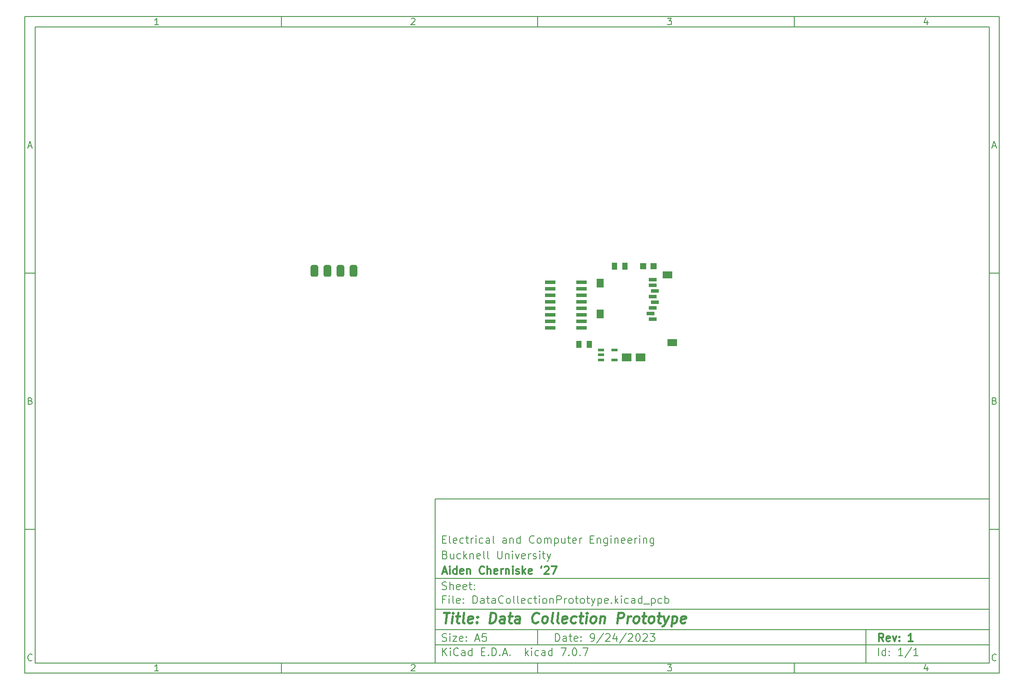
<source format=gbr>
%TF.GenerationSoftware,KiCad,Pcbnew,7.0.7*%
%TF.CreationDate,2023-09-27T12:08:52-04:00*%
%TF.ProjectId,DataCollectionPrototype,44617461-436f-46c6-9c65-6374696f6e50,1*%
%TF.SameCoordinates,Original*%
%TF.FileFunction,Paste,Bot*%
%TF.FilePolarity,Positive*%
%FSLAX46Y46*%
G04 Gerber Fmt 4.6, Leading zero omitted, Abs format (unit mm)*
G04 Created by KiCad (PCBNEW 7.0.7) date 2023-09-27 12:08:52*
%MOMM*%
%LPD*%
G01*
G04 APERTURE LIST*
G04 Aperture macros list*
%AMRoundRect*
0 Rectangle with rounded corners*
0 $1 Rounding radius*
0 $2 $3 $4 $5 $6 $7 $8 $9 X,Y pos of 4 corners*
0 Add a 4 corners polygon primitive as box body*
4,1,4,$2,$3,$4,$5,$6,$7,$8,$9,$2,$3,0*
0 Add four circle primitives for the rounded corners*
1,1,$1+$1,$2,$3*
1,1,$1+$1,$4,$5*
1,1,$1+$1,$6,$7*
1,1,$1+$1,$8,$9*
0 Add four rect primitives between the rounded corners*
20,1,$1+$1,$2,$3,$4,$5,0*
20,1,$1+$1,$4,$5,$6,$7,0*
20,1,$1+$1,$6,$7,$8,$9,0*
20,1,$1+$1,$8,$9,$2,$3,0*%
G04 Aperture macros list end*
%ADD10C,0.100000*%
%ADD11C,0.150000*%
%ADD12C,0.300000*%
%ADD13C,0.400000*%
%ADD14R,1.900000X1.400000*%
%ADD15R,1.400000X1.800000*%
%ADD16R,1.500000X0.700000*%
%ADD17RoundRect,0.381000X0.381000X-0.762000X0.381000X0.762000X-0.381000X0.762000X-0.381000X-0.762000X0*%
%ADD18R,1.100000X1.400000*%
%ADD19R,1.200000X0.550000*%
%ADD20R,2.032000X0.660400*%
%ADD21R,1.950000X1.500000*%
%ADD22R,1.200000X1.200000*%
G04 APERTURE END LIST*
D10*
D11*
X90007200Y-104005800D02*
X198007200Y-104005800D01*
X198007200Y-136005800D01*
X90007200Y-136005800D01*
X90007200Y-104005800D01*
D10*
D11*
X10000000Y-10000000D02*
X200007200Y-10000000D01*
X200007200Y-138005800D01*
X10000000Y-138005800D01*
X10000000Y-10000000D01*
D10*
D11*
X12000000Y-12000000D02*
X198007200Y-12000000D01*
X198007200Y-136005800D01*
X12000000Y-136005800D01*
X12000000Y-12000000D01*
D10*
D11*
X60000000Y-12000000D02*
X60000000Y-10000000D01*
D10*
D11*
X110000000Y-12000000D02*
X110000000Y-10000000D01*
D10*
D11*
X160000000Y-12000000D02*
X160000000Y-10000000D01*
D10*
D11*
X36089160Y-11593604D02*
X35346303Y-11593604D01*
X35717731Y-11593604D02*
X35717731Y-10293604D01*
X35717731Y-10293604D02*
X35593922Y-10479319D01*
X35593922Y-10479319D02*
X35470112Y-10603128D01*
X35470112Y-10603128D02*
X35346303Y-10665033D01*
D10*
D11*
X85346303Y-10417414D02*
X85408207Y-10355509D01*
X85408207Y-10355509D02*
X85532017Y-10293604D01*
X85532017Y-10293604D02*
X85841541Y-10293604D01*
X85841541Y-10293604D02*
X85965350Y-10355509D01*
X85965350Y-10355509D02*
X86027255Y-10417414D01*
X86027255Y-10417414D02*
X86089160Y-10541223D01*
X86089160Y-10541223D02*
X86089160Y-10665033D01*
X86089160Y-10665033D02*
X86027255Y-10850747D01*
X86027255Y-10850747D02*
X85284398Y-11593604D01*
X85284398Y-11593604D02*
X86089160Y-11593604D01*
D10*
D11*
X135284398Y-10293604D02*
X136089160Y-10293604D01*
X136089160Y-10293604D02*
X135655826Y-10788842D01*
X135655826Y-10788842D02*
X135841541Y-10788842D01*
X135841541Y-10788842D02*
X135965350Y-10850747D01*
X135965350Y-10850747D02*
X136027255Y-10912652D01*
X136027255Y-10912652D02*
X136089160Y-11036461D01*
X136089160Y-11036461D02*
X136089160Y-11345985D01*
X136089160Y-11345985D02*
X136027255Y-11469795D01*
X136027255Y-11469795D02*
X135965350Y-11531700D01*
X135965350Y-11531700D02*
X135841541Y-11593604D01*
X135841541Y-11593604D02*
X135470112Y-11593604D01*
X135470112Y-11593604D02*
X135346303Y-11531700D01*
X135346303Y-11531700D02*
X135284398Y-11469795D01*
D10*
D11*
X185965350Y-10726938D02*
X185965350Y-11593604D01*
X185655826Y-10231700D02*
X185346303Y-11160271D01*
X185346303Y-11160271D02*
X186151064Y-11160271D01*
D10*
D11*
X60000000Y-136005800D02*
X60000000Y-138005800D01*
D10*
D11*
X110000000Y-136005800D02*
X110000000Y-138005800D01*
D10*
D11*
X160000000Y-136005800D02*
X160000000Y-138005800D01*
D10*
D11*
X36089160Y-137599404D02*
X35346303Y-137599404D01*
X35717731Y-137599404D02*
X35717731Y-136299404D01*
X35717731Y-136299404D02*
X35593922Y-136485119D01*
X35593922Y-136485119D02*
X35470112Y-136608928D01*
X35470112Y-136608928D02*
X35346303Y-136670833D01*
D10*
D11*
X85346303Y-136423214D02*
X85408207Y-136361309D01*
X85408207Y-136361309D02*
X85532017Y-136299404D01*
X85532017Y-136299404D02*
X85841541Y-136299404D01*
X85841541Y-136299404D02*
X85965350Y-136361309D01*
X85965350Y-136361309D02*
X86027255Y-136423214D01*
X86027255Y-136423214D02*
X86089160Y-136547023D01*
X86089160Y-136547023D02*
X86089160Y-136670833D01*
X86089160Y-136670833D02*
X86027255Y-136856547D01*
X86027255Y-136856547D02*
X85284398Y-137599404D01*
X85284398Y-137599404D02*
X86089160Y-137599404D01*
D10*
D11*
X135284398Y-136299404D02*
X136089160Y-136299404D01*
X136089160Y-136299404D02*
X135655826Y-136794642D01*
X135655826Y-136794642D02*
X135841541Y-136794642D01*
X135841541Y-136794642D02*
X135965350Y-136856547D01*
X135965350Y-136856547D02*
X136027255Y-136918452D01*
X136027255Y-136918452D02*
X136089160Y-137042261D01*
X136089160Y-137042261D02*
X136089160Y-137351785D01*
X136089160Y-137351785D02*
X136027255Y-137475595D01*
X136027255Y-137475595D02*
X135965350Y-137537500D01*
X135965350Y-137537500D02*
X135841541Y-137599404D01*
X135841541Y-137599404D02*
X135470112Y-137599404D01*
X135470112Y-137599404D02*
X135346303Y-137537500D01*
X135346303Y-137537500D02*
X135284398Y-137475595D01*
D10*
D11*
X185965350Y-136732738D02*
X185965350Y-137599404D01*
X185655826Y-136237500D02*
X185346303Y-137166071D01*
X185346303Y-137166071D02*
X186151064Y-137166071D01*
D10*
D11*
X10000000Y-60000000D02*
X12000000Y-60000000D01*
D10*
D11*
X10000000Y-110000000D02*
X12000000Y-110000000D01*
D10*
D11*
X10690476Y-35222176D02*
X11309523Y-35222176D01*
X10566666Y-35593604D02*
X10999999Y-34293604D01*
X10999999Y-34293604D02*
X11433333Y-35593604D01*
D10*
D11*
X11092857Y-84912652D02*
X11278571Y-84974557D01*
X11278571Y-84974557D02*
X11340476Y-85036461D01*
X11340476Y-85036461D02*
X11402380Y-85160271D01*
X11402380Y-85160271D02*
X11402380Y-85345985D01*
X11402380Y-85345985D02*
X11340476Y-85469795D01*
X11340476Y-85469795D02*
X11278571Y-85531700D01*
X11278571Y-85531700D02*
X11154761Y-85593604D01*
X11154761Y-85593604D02*
X10659523Y-85593604D01*
X10659523Y-85593604D02*
X10659523Y-84293604D01*
X10659523Y-84293604D02*
X11092857Y-84293604D01*
X11092857Y-84293604D02*
X11216666Y-84355509D01*
X11216666Y-84355509D02*
X11278571Y-84417414D01*
X11278571Y-84417414D02*
X11340476Y-84541223D01*
X11340476Y-84541223D02*
X11340476Y-84665033D01*
X11340476Y-84665033D02*
X11278571Y-84788842D01*
X11278571Y-84788842D02*
X11216666Y-84850747D01*
X11216666Y-84850747D02*
X11092857Y-84912652D01*
X11092857Y-84912652D02*
X10659523Y-84912652D01*
D10*
D11*
X11402380Y-135469795D02*
X11340476Y-135531700D01*
X11340476Y-135531700D02*
X11154761Y-135593604D01*
X11154761Y-135593604D02*
X11030952Y-135593604D01*
X11030952Y-135593604D02*
X10845238Y-135531700D01*
X10845238Y-135531700D02*
X10721428Y-135407890D01*
X10721428Y-135407890D02*
X10659523Y-135284080D01*
X10659523Y-135284080D02*
X10597619Y-135036461D01*
X10597619Y-135036461D02*
X10597619Y-134850747D01*
X10597619Y-134850747D02*
X10659523Y-134603128D01*
X10659523Y-134603128D02*
X10721428Y-134479319D01*
X10721428Y-134479319D02*
X10845238Y-134355509D01*
X10845238Y-134355509D02*
X11030952Y-134293604D01*
X11030952Y-134293604D02*
X11154761Y-134293604D01*
X11154761Y-134293604D02*
X11340476Y-134355509D01*
X11340476Y-134355509D02*
X11402380Y-134417414D01*
D10*
D11*
X200007200Y-60000000D02*
X198007200Y-60000000D01*
D10*
D11*
X200007200Y-110000000D02*
X198007200Y-110000000D01*
D10*
D11*
X198697676Y-35222176D02*
X199316723Y-35222176D01*
X198573866Y-35593604D02*
X199007199Y-34293604D01*
X199007199Y-34293604D02*
X199440533Y-35593604D01*
D10*
D11*
X199100057Y-84912652D02*
X199285771Y-84974557D01*
X199285771Y-84974557D02*
X199347676Y-85036461D01*
X199347676Y-85036461D02*
X199409580Y-85160271D01*
X199409580Y-85160271D02*
X199409580Y-85345985D01*
X199409580Y-85345985D02*
X199347676Y-85469795D01*
X199347676Y-85469795D02*
X199285771Y-85531700D01*
X199285771Y-85531700D02*
X199161961Y-85593604D01*
X199161961Y-85593604D02*
X198666723Y-85593604D01*
X198666723Y-85593604D02*
X198666723Y-84293604D01*
X198666723Y-84293604D02*
X199100057Y-84293604D01*
X199100057Y-84293604D02*
X199223866Y-84355509D01*
X199223866Y-84355509D02*
X199285771Y-84417414D01*
X199285771Y-84417414D02*
X199347676Y-84541223D01*
X199347676Y-84541223D02*
X199347676Y-84665033D01*
X199347676Y-84665033D02*
X199285771Y-84788842D01*
X199285771Y-84788842D02*
X199223866Y-84850747D01*
X199223866Y-84850747D02*
X199100057Y-84912652D01*
X199100057Y-84912652D02*
X198666723Y-84912652D01*
D10*
D11*
X199409580Y-135469795D02*
X199347676Y-135531700D01*
X199347676Y-135531700D02*
X199161961Y-135593604D01*
X199161961Y-135593604D02*
X199038152Y-135593604D01*
X199038152Y-135593604D02*
X198852438Y-135531700D01*
X198852438Y-135531700D02*
X198728628Y-135407890D01*
X198728628Y-135407890D02*
X198666723Y-135284080D01*
X198666723Y-135284080D02*
X198604819Y-135036461D01*
X198604819Y-135036461D02*
X198604819Y-134850747D01*
X198604819Y-134850747D02*
X198666723Y-134603128D01*
X198666723Y-134603128D02*
X198728628Y-134479319D01*
X198728628Y-134479319D02*
X198852438Y-134355509D01*
X198852438Y-134355509D02*
X199038152Y-134293604D01*
X199038152Y-134293604D02*
X199161961Y-134293604D01*
X199161961Y-134293604D02*
X199347676Y-134355509D01*
X199347676Y-134355509D02*
X199409580Y-134417414D01*
D10*
D11*
X113463026Y-131791928D02*
X113463026Y-130291928D01*
X113463026Y-130291928D02*
X113820169Y-130291928D01*
X113820169Y-130291928D02*
X114034455Y-130363357D01*
X114034455Y-130363357D02*
X114177312Y-130506214D01*
X114177312Y-130506214D02*
X114248741Y-130649071D01*
X114248741Y-130649071D02*
X114320169Y-130934785D01*
X114320169Y-130934785D02*
X114320169Y-131149071D01*
X114320169Y-131149071D02*
X114248741Y-131434785D01*
X114248741Y-131434785D02*
X114177312Y-131577642D01*
X114177312Y-131577642D02*
X114034455Y-131720500D01*
X114034455Y-131720500D02*
X113820169Y-131791928D01*
X113820169Y-131791928D02*
X113463026Y-131791928D01*
X115605884Y-131791928D02*
X115605884Y-131006214D01*
X115605884Y-131006214D02*
X115534455Y-130863357D01*
X115534455Y-130863357D02*
X115391598Y-130791928D01*
X115391598Y-130791928D02*
X115105884Y-130791928D01*
X115105884Y-130791928D02*
X114963026Y-130863357D01*
X115605884Y-131720500D02*
X115463026Y-131791928D01*
X115463026Y-131791928D02*
X115105884Y-131791928D01*
X115105884Y-131791928D02*
X114963026Y-131720500D01*
X114963026Y-131720500D02*
X114891598Y-131577642D01*
X114891598Y-131577642D02*
X114891598Y-131434785D01*
X114891598Y-131434785D02*
X114963026Y-131291928D01*
X114963026Y-131291928D02*
X115105884Y-131220500D01*
X115105884Y-131220500D02*
X115463026Y-131220500D01*
X115463026Y-131220500D02*
X115605884Y-131149071D01*
X116105884Y-130791928D02*
X116677312Y-130791928D01*
X116320169Y-130291928D02*
X116320169Y-131577642D01*
X116320169Y-131577642D02*
X116391598Y-131720500D01*
X116391598Y-131720500D02*
X116534455Y-131791928D01*
X116534455Y-131791928D02*
X116677312Y-131791928D01*
X117748741Y-131720500D02*
X117605884Y-131791928D01*
X117605884Y-131791928D02*
X117320170Y-131791928D01*
X117320170Y-131791928D02*
X117177312Y-131720500D01*
X117177312Y-131720500D02*
X117105884Y-131577642D01*
X117105884Y-131577642D02*
X117105884Y-131006214D01*
X117105884Y-131006214D02*
X117177312Y-130863357D01*
X117177312Y-130863357D02*
X117320170Y-130791928D01*
X117320170Y-130791928D02*
X117605884Y-130791928D01*
X117605884Y-130791928D02*
X117748741Y-130863357D01*
X117748741Y-130863357D02*
X117820170Y-131006214D01*
X117820170Y-131006214D02*
X117820170Y-131149071D01*
X117820170Y-131149071D02*
X117105884Y-131291928D01*
X118463026Y-131649071D02*
X118534455Y-131720500D01*
X118534455Y-131720500D02*
X118463026Y-131791928D01*
X118463026Y-131791928D02*
X118391598Y-131720500D01*
X118391598Y-131720500D02*
X118463026Y-131649071D01*
X118463026Y-131649071D02*
X118463026Y-131791928D01*
X118463026Y-130863357D02*
X118534455Y-130934785D01*
X118534455Y-130934785D02*
X118463026Y-131006214D01*
X118463026Y-131006214D02*
X118391598Y-130934785D01*
X118391598Y-130934785D02*
X118463026Y-130863357D01*
X118463026Y-130863357D02*
X118463026Y-131006214D01*
X120391598Y-131791928D02*
X120677312Y-131791928D01*
X120677312Y-131791928D02*
X120820169Y-131720500D01*
X120820169Y-131720500D02*
X120891598Y-131649071D01*
X120891598Y-131649071D02*
X121034455Y-131434785D01*
X121034455Y-131434785D02*
X121105884Y-131149071D01*
X121105884Y-131149071D02*
X121105884Y-130577642D01*
X121105884Y-130577642D02*
X121034455Y-130434785D01*
X121034455Y-130434785D02*
X120963027Y-130363357D01*
X120963027Y-130363357D02*
X120820169Y-130291928D01*
X120820169Y-130291928D02*
X120534455Y-130291928D01*
X120534455Y-130291928D02*
X120391598Y-130363357D01*
X120391598Y-130363357D02*
X120320169Y-130434785D01*
X120320169Y-130434785D02*
X120248741Y-130577642D01*
X120248741Y-130577642D02*
X120248741Y-130934785D01*
X120248741Y-130934785D02*
X120320169Y-131077642D01*
X120320169Y-131077642D02*
X120391598Y-131149071D01*
X120391598Y-131149071D02*
X120534455Y-131220500D01*
X120534455Y-131220500D02*
X120820169Y-131220500D01*
X120820169Y-131220500D02*
X120963027Y-131149071D01*
X120963027Y-131149071D02*
X121034455Y-131077642D01*
X121034455Y-131077642D02*
X121105884Y-130934785D01*
X122820169Y-130220500D02*
X121534455Y-132149071D01*
X123248741Y-130434785D02*
X123320169Y-130363357D01*
X123320169Y-130363357D02*
X123463027Y-130291928D01*
X123463027Y-130291928D02*
X123820169Y-130291928D01*
X123820169Y-130291928D02*
X123963027Y-130363357D01*
X123963027Y-130363357D02*
X124034455Y-130434785D01*
X124034455Y-130434785D02*
X124105884Y-130577642D01*
X124105884Y-130577642D02*
X124105884Y-130720500D01*
X124105884Y-130720500D02*
X124034455Y-130934785D01*
X124034455Y-130934785D02*
X123177312Y-131791928D01*
X123177312Y-131791928D02*
X124105884Y-131791928D01*
X125391598Y-130791928D02*
X125391598Y-131791928D01*
X125034455Y-130220500D02*
X124677312Y-131291928D01*
X124677312Y-131291928D02*
X125605883Y-131291928D01*
X127248740Y-130220500D02*
X125963026Y-132149071D01*
X127677312Y-130434785D02*
X127748740Y-130363357D01*
X127748740Y-130363357D02*
X127891598Y-130291928D01*
X127891598Y-130291928D02*
X128248740Y-130291928D01*
X128248740Y-130291928D02*
X128391598Y-130363357D01*
X128391598Y-130363357D02*
X128463026Y-130434785D01*
X128463026Y-130434785D02*
X128534455Y-130577642D01*
X128534455Y-130577642D02*
X128534455Y-130720500D01*
X128534455Y-130720500D02*
X128463026Y-130934785D01*
X128463026Y-130934785D02*
X127605883Y-131791928D01*
X127605883Y-131791928D02*
X128534455Y-131791928D01*
X129463026Y-130291928D02*
X129605883Y-130291928D01*
X129605883Y-130291928D02*
X129748740Y-130363357D01*
X129748740Y-130363357D02*
X129820169Y-130434785D01*
X129820169Y-130434785D02*
X129891597Y-130577642D01*
X129891597Y-130577642D02*
X129963026Y-130863357D01*
X129963026Y-130863357D02*
X129963026Y-131220500D01*
X129963026Y-131220500D02*
X129891597Y-131506214D01*
X129891597Y-131506214D02*
X129820169Y-131649071D01*
X129820169Y-131649071D02*
X129748740Y-131720500D01*
X129748740Y-131720500D02*
X129605883Y-131791928D01*
X129605883Y-131791928D02*
X129463026Y-131791928D01*
X129463026Y-131791928D02*
X129320169Y-131720500D01*
X129320169Y-131720500D02*
X129248740Y-131649071D01*
X129248740Y-131649071D02*
X129177311Y-131506214D01*
X129177311Y-131506214D02*
X129105883Y-131220500D01*
X129105883Y-131220500D02*
X129105883Y-130863357D01*
X129105883Y-130863357D02*
X129177311Y-130577642D01*
X129177311Y-130577642D02*
X129248740Y-130434785D01*
X129248740Y-130434785D02*
X129320169Y-130363357D01*
X129320169Y-130363357D02*
X129463026Y-130291928D01*
X130534454Y-130434785D02*
X130605882Y-130363357D01*
X130605882Y-130363357D02*
X130748740Y-130291928D01*
X130748740Y-130291928D02*
X131105882Y-130291928D01*
X131105882Y-130291928D02*
X131248740Y-130363357D01*
X131248740Y-130363357D02*
X131320168Y-130434785D01*
X131320168Y-130434785D02*
X131391597Y-130577642D01*
X131391597Y-130577642D02*
X131391597Y-130720500D01*
X131391597Y-130720500D02*
X131320168Y-130934785D01*
X131320168Y-130934785D02*
X130463025Y-131791928D01*
X130463025Y-131791928D02*
X131391597Y-131791928D01*
X131891596Y-130291928D02*
X132820168Y-130291928D01*
X132820168Y-130291928D02*
X132320168Y-130863357D01*
X132320168Y-130863357D02*
X132534453Y-130863357D01*
X132534453Y-130863357D02*
X132677311Y-130934785D01*
X132677311Y-130934785D02*
X132748739Y-131006214D01*
X132748739Y-131006214D02*
X132820168Y-131149071D01*
X132820168Y-131149071D02*
X132820168Y-131506214D01*
X132820168Y-131506214D02*
X132748739Y-131649071D01*
X132748739Y-131649071D02*
X132677311Y-131720500D01*
X132677311Y-131720500D02*
X132534453Y-131791928D01*
X132534453Y-131791928D02*
X132105882Y-131791928D01*
X132105882Y-131791928D02*
X131963025Y-131720500D01*
X131963025Y-131720500D02*
X131891596Y-131649071D01*
D10*
D11*
X90007200Y-132505800D02*
X198007200Y-132505800D01*
D10*
D11*
X91463026Y-134591928D02*
X91463026Y-133091928D01*
X92320169Y-134591928D02*
X91677312Y-133734785D01*
X92320169Y-133091928D02*
X91463026Y-133949071D01*
X92963026Y-134591928D02*
X92963026Y-133591928D01*
X92963026Y-133091928D02*
X92891598Y-133163357D01*
X92891598Y-133163357D02*
X92963026Y-133234785D01*
X92963026Y-133234785D02*
X93034455Y-133163357D01*
X93034455Y-133163357D02*
X92963026Y-133091928D01*
X92963026Y-133091928D02*
X92963026Y-133234785D01*
X94534455Y-134449071D02*
X94463027Y-134520500D01*
X94463027Y-134520500D02*
X94248741Y-134591928D01*
X94248741Y-134591928D02*
X94105884Y-134591928D01*
X94105884Y-134591928D02*
X93891598Y-134520500D01*
X93891598Y-134520500D02*
X93748741Y-134377642D01*
X93748741Y-134377642D02*
X93677312Y-134234785D01*
X93677312Y-134234785D02*
X93605884Y-133949071D01*
X93605884Y-133949071D02*
X93605884Y-133734785D01*
X93605884Y-133734785D02*
X93677312Y-133449071D01*
X93677312Y-133449071D02*
X93748741Y-133306214D01*
X93748741Y-133306214D02*
X93891598Y-133163357D01*
X93891598Y-133163357D02*
X94105884Y-133091928D01*
X94105884Y-133091928D02*
X94248741Y-133091928D01*
X94248741Y-133091928D02*
X94463027Y-133163357D01*
X94463027Y-133163357D02*
X94534455Y-133234785D01*
X95820170Y-134591928D02*
X95820170Y-133806214D01*
X95820170Y-133806214D02*
X95748741Y-133663357D01*
X95748741Y-133663357D02*
X95605884Y-133591928D01*
X95605884Y-133591928D02*
X95320170Y-133591928D01*
X95320170Y-133591928D02*
X95177312Y-133663357D01*
X95820170Y-134520500D02*
X95677312Y-134591928D01*
X95677312Y-134591928D02*
X95320170Y-134591928D01*
X95320170Y-134591928D02*
X95177312Y-134520500D01*
X95177312Y-134520500D02*
X95105884Y-134377642D01*
X95105884Y-134377642D02*
X95105884Y-134234785D01*
X95105884Y-134234785D02*
X95177312Y-134091928D01*
X95177312Y-134091928D02*
X95320170Y-134020500D01*
X95320170Y-134020500D02*
X95677312Y-134020500D01*
X95677312Y-134020500D02*
X95820170Y-133949071D01*
X97177313Y-134591928D02*
X97177313Y-133091928D01*
X97177313Y-134520500D02*
X97034455Y-134591928D01*
X97034455Y-134591928D02*
X96748741Y-134591928D01*
X96748741Y-134591928D02*
X96605884Y-134520500D01*
X96605884Y-134520500D02*
X96534455Y-134449071D01*
X96534455Y-134449071D02*
X96463027Y-134306214D01*
X96463027Y-134306214D02*
X96463027Y-133877642D01*
X96463027Y-133877642D02*
X96534455Y-133734785D01*
X96534455Y-133734785D02*
X96605884Y-133663357D01*
X96605884Y-133663357D02*
X96748741Y-133591928D01*
X96748741Y-133591928D02*
X97034455Y-133591928D01*
X97034455Y-133591928D02*
X97177313Y-133663357D01*
X99034455Y-133806214D02*
X99534455Y-133806214D01*
X99748741Y-134591928D02*
X99034455Y-134591928D01*
X99034455Y-134591928D02*
X99034455Y-133091928D01*
X99034455Y-133091928D02*
X99748741Y-133091928D01*
X100391598Y-134449071D02*
X100463027Y-134520500D01*
X100463027Y-134520500D02*
X100391598Y-134591928D01*
X100391598Y-134591928D02*
X100320170Y-134520500D01*
X100320170Y-134520500D02*
X100391598Y-134449071D01*
X100391598Y-134449071D02*
X100391598Y-134591928D01*
X101105884Y-134591928D02*
X101105884Y-133091928D01*
X101105884Y-133091928D02*
X101463027Y-133091928D01*
X101463027Y-133091928D02*
X101677313Y-133163357D01*
X101677313Y-133163357D02*
X101820170Y-133306214D01*
X101820170Y-133306214D02*
X101891599Y-133449071D01*
X101891599Y-133449071D02*
X101963027Y-133734785D01*
X101963027Y-133734785D02*
X101963027Y-133949071D01*
X101963027Y-133949071D02*
X101891599Y-134234785D01*
X101891599Y-134234785D02*
X101820170Y-134377642D01*
X101820170Y-134377642D02*
X101677313Y-134520500D01*
X101677313Y-134520500D02*
X101463027Y-134591928D01*
X101463027Y-134591928D02*
X101105884Y-134591928D01*
X102605884Y-134449071D02*
X102677313Y-134520500D01*
X102677313Y-134520500D02*
X102605884Y-134591928D01*
X102605884Y-134591928D02*
X102534456Y-134520500D01*
X102534456Y-134520500D02*
X102605884Y-134449071D01*
X102605884Y-134449071D02*
X102605884Y-134591928D01*
X103248742Y-134163357D02*
X103963028Y-134163357D01*
X103105885Y-134591928D02*
X103605885Y-133091928D01*
X103605885Y-133091928D02*
X104105885Y-134591928D01*
X104605884Y-134449071D02*
X104677313Y-134520500D01*
X104677313Y-134520500D02*
X104605884Y-134591928D01*
X104605884Y-134591928D02*
X104534456Y-134520500D01*
X104534456Y-134520500D02*
X104605884Y-134449071D01*
X104605884Y-134449071D02*
X104605884Y-134591928D01*
X107605884Y-134591928D02*
X107605884Y-133091928D01*
X107748742Y-134020500D02*
X108177313Y-134591928D01*
X108177313Y-133591928D02*
X107605884Y-134163357D01*
X108820170Y-134591928D02*
X108820170Y-133591928D01*
X108820170Y-133091928D02*
X108748742Y-133163357D01*
X108748742Y-133163357D02*
X108820170Y-133234785D01*
X108820170Y-133234785D02*
X108891599Y-133163357D01*
X108891599Y-133163357D02*
X108820170Y-133091928D01*
X108820170Y-133091928D02*
X108820170Y-133234785D01*
X110177314Y-134520500D02*
X110034456Y-134591928D01*
X110034456Y-134591928D02*
X109748742Y-134591928D01*
X109748742Y-134591928D02*
X109605885Y-134520500D01*
X109605885Y-134520500D02*
X109534456Y-134449071D01*
X109534456Y-134449071D02*
X109463028Y-134306214D01*
X109463028Y-134306214D02*
X109463028Y-133877642D01*
X109463028Y-133877642D02*
X109534456Y-133734785D01*
X109534456Y-133734785D02*
X109605885Y-133663357D01*
X109605885Y-133663357D02*
X109748742Y-133591928D01*
X109748742Y-133591928D02*
X110034456Y-133591928D01*
X110034456Y-133591928D02*
X110177314Y-133663357D01*
X111463028Y-134591928D02*
X111463028Y-133806214D01*
X111463028Y-133806214D02*
X111391599Y-133663357D01*
X111391599Y-133663357D02*
X111248742Y-133591928D01*
X111248742Y-133591928D02*
X110963028Y-133591928D01*
X110963028Y-133591928D02*
X110820170Y-133663357D01*
X111463028Y-134520500D02*
X111320170Y-134591928D01*
X111320170Y-134591928D02*
X110963028Y-134591928D01*
X110963028Y-134591928D02*
X110820170Y-134520500D01*
X110820170Y-134520500D02*
X110748742Y-134377642D01*
X110748742Y-134377642D02*
X110748742Y-134234785D01*
X110748742Y-134234785D02*
X110820170Y-134091928D01*
X110820170Y-134091928D02*
X110963028Y-134020500D01*
X110963028Y-134020500D02*
X111320170Y-134020500D01*
X111320170Y-134020500D02*
X111463028Y-133949071D01*
X112820171Y-134591928D02*
X112820171Y-133091928D01*
X112820171Y-134520500D02*
X112677313Y-134591928D01*
X112677313Y-134591928D02*
X112391599Y-134591928D01*
X112391599Y-134591928D02*
X112248742Y-134520500D01*
X112248742Y-134520500D02*
X112177313Y-134449071D01*
X112177313Y-134449071D02*
X112105885Y-134306214D01*
X112105885Y-134306214D02*
X112105885Y-133877642D01*
X112105885Y-133877642D02*
X112177313Y-133734785D01*
X112177313Y-133734785D02*
X112248742Y-133663357D01*
X112248742Y-133663357D02*
X112391599Y-133591928D01*
X112391599Y-133591928D02*
X112677313Y-133591928D01*
X112677313Y-133591928D02*
X112820171Y-133663357D01*
X114534456Y-133091928D02*
X115534456Y-133091928D01*
X115534456Y-133091928D02*
X114891599Y-134591928D01*
X116105884Y-134449071D02*
X116177313Y-134520500D01*
X116177313Y-134520500D02*
X116105884Y-134591928D01*
X116105884Y-134591928D02*
X116034456Y-134520500D01*
X116034456Y-134520500D02*
X116105884Y-134449071D01*
X116105884Y-134449071D02*
X116105884Y-134591928D01*
X117105885Y-133091928D02*
X117248742Y-133091928D01*
X117248742Y-133091928D02*
X117391599Y-133163357D01*
X117391599Y-133163357D02*
X117463028Y-133234785D01*
X117463028Y-133234785D02*
X117534456Y-133377642D01*
X117534456Y-133377642D02*
X117605885Y-133663357D01*
X117605885Y-133663357D02*
X117605885Y-134020500D01*
X117605885Y-134020500D02*
X117534456Y-134306214D01*
X117534456Y-134306214D02*
X117463028Y-134449071D01*
X117463028Y-134449071D02*
X117391599Y-134520500D01*
X117391599Y-134520500D02*
X117248742Y-134591928D01*
X117248742Y-134591928D02*
X117105885Y-134591928D01*
X117105885Y-134591928D02*
X116963028Y-134520500D01*
X116963028Y-134520500D02*
X116891599Y-134449071D01*
X116891599Y-134449071D02*
X116820170Y-134306214D01*
X116820170Y-134306214D02*
X116748742Y-134020500D01*
X116748742Y-134020500D02*
X116748742Y-133663357D01*
X116748742Y-133663357D02*
X116820170Y-133377642D01*
X116820170Y-133377642D02*
X116891599Y-133234785D01*
X116891599Y-133234785D02*
X116963028Y-133163357D01*
X116963028Y-133163357D02*
X117105885Y-133091928D01*
X118248741Y-134449071D02*
X118320170Y-134520500D01*
X118320170Y-134520500D02*
X118248741Y-134591928D01*
X118248741Y-134591928D02*
X118177313Y-134520500D01*
X118177313Y-134520500D02*
X118248741Y-134449071D01*
X118248741Y-134449071D02*
X118248741Y-134591928D01*
X118820170Y-133091928D02*
X119820170Y-133091928D01*
X119820170Y-133091928D02*
X119177313Y-134591928D01*
D10*
D11*
X90007200Y-129505800D02*
X198007200Y-129505800D01*
D10*
D12*
X177418853Y-131784128D02*
X176918853Y-131069842D01*
X176561710Y-131784128D02*
X176561710Y-130284128D01*
X176561710Y-130284128D02*
X177133139Y-130284128D01*
X177133139Y-130284128D02*
X177275996Y-130355557D01*
X177275996Y-130355557D02*
X177347425Y-130426985D01*
X177347425Y-130426985D02*
X177418853Y-130569842D01*
X177418853Y-130569842D02*
X177418853Y-130784128D01*
X177418853Y-130784128D02*
X177347425Y-130926985D01*
X177347425Y-130926985D02*
X177275996Y-130998414D01*
X177275996Y-130998414D02*
X177133139Y-131069842D01*
X177133139Y-131069842D02*
X176561710Y-131069842D01*
X178633139Y-131712700D02*
X178490282Y-131784128D01*
X178490282Y-131784128D02*
X178204568Y-131784128D01*
X178204568Y-131784128D02*
X178061710Y-131712700D01*
X178061710Y-131712700D02*
X177990282Y-131569842D01*
X177990282Y-131569842D02*
X177990282Y-130998414D01*
X177990282Y-130998414D02*
X178061710Y-130855557D01*
X178061710Y-130855557D02*
X178204568Y-130784128D01*
X178204568Y-130784128D02*
X178490282Y-130784128D01*
X178490282Y-130784128D02*
X178633139Y-130855557D01*
X178633139Y-130855557D02*
X178704568Y-130998414D01*
X178704568Y-130998414D02*
X178704568Y-131141271D01*
X178704568Y-131141271D02*
X177990282Y-131284128D01*
X179204567Y-130784128D02*
X179561710Y-131784128D01*
X179561710Y-131784128D02*
X179918853Y-130784128D01*
X180490281Y-131641271D02*
X180561710Y-131712700D01*
X180561710Y-131712700D02*
X180490281Y-131784128D01*
X180490281Y-131784128D02*
X180418853Y-131712700D01*
X180418853Y-131712700D02*
X180490281Y-131641271D01*
X180490281Y-131641271D02*
X180490281Y-131784128D01*
X180490281Y-130855557D02*
X180561710Y-130926985D01*
X180561710Y-130926985D02*
X180490281Y-130998414D01*
X180490281Y-130998414D02*
X180418853Y-130926985D01*
X180418853Y-130926985D02*
X180490281Y-130855557D01*
X180490281Y-130855557D02*
X180490281Y-130998414D01*
X183133139Y-131784128D02*
X182275996Y-131784128D01*
X182704567Y-131784128D02*
X182704567Y-130284128D01*
X182704567Y-130284128D02*
X182561710Y-130498414D01*
X182561710Y-130498414D02*
X182418853Y-130641271D01*
X182418853Y-130641271D02*
X182275996Y-130712700D01*
D10*
D11*
X91391598Y-131720500D02*
X91605884Y-131791928D01*
X91605884Y-131791928D02*
X91963026Y-131791928D01*
X91963026Y-131791928D02*
X92105884Y-131720500D01*
X92105884Y-131720500D02*
X92177312Y-131649071D01*
X92177312Y-131649071D02*
X92248741Y-131506214D01*
X92248741Y-131506214D02*
X92248741Y-131363357D01*
X92248741Y-131363357D02*
X92177312Y-131220500D01*
X92177312Y-131220500D02*
X92105884Y-131149071D01*
X92105884Y-131149071D02*
X91963026Y-131077642D01*
X91963026Y-131077642D02*
X91677312Y-131006214D01*
X91677312Y-131006214D02*
X91534455Y-130934785D01*
X91534455Y-130934785D02*
X91463026Y-130863357D01*
X91463026Y-130863357D02*
X91391598Y-130720500D01*
X91391598Y-130720500D02*
X91391598Y-130577642D01*
X91391598Y-130577642D02*
X91463026Y-130434785D01*
X91463026Y-130434785D02*
X91534455Y-130363357D01*
X91534455Y-130363357D02*
X91677312Y-130291928D01*
X91677312Y-130291928D02*
X92034455Y-130291928D01*
X92034455Y-130291928D02*
X92248741Y-130363357D01*
X92891597Y-131791928D02*
X92891597Y-130791928D01*
X92891597Y-130291928D02*
X92820169Y-130363357D01*
X92820169Y-130363357D02*
X92891597Y-130434785D01*
X92891597Y-130434785D02*
X92963026Y-130363357D01*
X92963026Y-130363357D02*
X92891597Y-130291928D01*
X92891597Y-130291928D02*
X92891597Y-130434785D01*
X93463026Y-130791928D02*
X94248741Y-130791928D01*
X94248741Y-130791928D02*
X93463026Y-131791928D01*
X93463026Y-131791928D02*
X94248741Y-131791928D01*
X95391598Y-131720500D02*
X95248741Y-131791928D01*
X95248741Y-131791928D02*
X94963027Y-131791928D01*
X94963027Y-131791928D02*
X94820169Y-131720500D01*
X94820169Y-131720500D02*
X94748741Y-131577642D01*
X94748741Y-131577642D02*
X94748741Y-131006214D01*
X94748741Y-131006214D02*
X94820169Y-130863357D01*
X94820169Y-130863357D02*
X94963027Y-130791928D01*
X94963027Y-130791928D02*
X95248741Y-130791928D01*
X95248741Y-130791928D02*
X95391598Y-130863357D01*
X95391598Y-130863357D02*
X95463027Y-131006214D01*
X95463027Y-131006214D02*
X95463027Y-131149071D01*
X95463027Y-131149071D02*
X94748741Y-131291928D01*
X96105883Y-131649071D02*
X96177312Y-131720500D01*
X96177312Y-131720500D02*
X96105883Y-131791928D01*
X96105883Y-131791928D02*
X96034455Y-131720500D01*
X96034455Y-131720500D02*
X96105883Y-131649071D01*
X96105883Y-131649071D02*
X96105883Y-131791928D01*
X96105883Y-130863357D02*
X96177312Y-130934785D01*
X96177312Y-130934785D02*
X96105883Y-131006214D01*
X96105883Y-131006214D02*
X96034455Y-130934785D01*
X96034455Y-130934785D02*
X96105883Y-130863357D01*
X96105883Y-130863357D02*
X96105883Y-131006214D01*
X97891598Y-131363357D02*
X98605884Y-131363357D01*
X97748741Y-131791928D02*
X98248741Y-130291928D01*
X98248741Y-130291928D02*
X98748741Y-131791928D01*
X99963026Y-130291928D02*
X99248740Y-130291928D01*
X99248740Y-130291928D02*
X99177312Y-131006214D01*
X99177312Y-131006214D02*
X99248740Y-130934785D01*
X99248740Y-130934785D02*
X99391598Y-130863357D01*
X99391598Y-130863357D02*
X99748740Y-130863357D01*
X99748740Y-130863357D02*
X99891598Y-130934785D01*
X99891598Y-130934785D02*
X99963026Y-131006214D01*
X99963026Y-131006214D02*
X100034455Y-131149071D01*
X100034455Y-131149071D02*
X100034455Y-131506214D01*
X100034455Y-131506214D02*
X99963026Y-131649071D01*
X99963026Y-131649071D02*
X99891598Y-131720500D01*
X99891598Y-131720500D02*
X99748740Y-131791928D01*
X99748740Y-131791928D02*
X99391598Y-131791928D01*
X99391598Y-131791928D02*
X99248740Y-131720500D01*
X99248740Y-131720500D02*
X99177312Y-131649071D01*
D10*
D11*
X176463026Y-134591928D02*
X176463026Y-133091928D01*
X177820170Y-134591928D02*
X177820170Y-133091928D01*
X177820170Y-134520500D02*
X177677312Y-134591928D01*
X177677312Y-134591928D02*
X177391598Y-134591928D01*
X177391598Y-134591928D02*
X177248741Y-134520500D01*
X177248741Y-134520500D02*
X177177312Y-134449071D01*
X177177312Y-134449071D02*
X177105884Y-134306214D01*
X177105884Y-134306214D02*
X177105884Y-133877642D01*
X177105884Y-133877642D02*
X177177312Y-133734785D01*
X177177312Y-133734785D02*
X177248741Y-133663357D01*
X177248741Y-133663357D02*
X177391598Y-133591928D01*
X177391598Y-133591928D02*
X177677312Y-133591928D01*
X177677312Y-133591928D02*
X177820170Y-133663357D01*
X178534455Y-134449071D02*
X178605884Y-134520500D01*
X178605884Y-134520500D02*
X178534455Y-134591928D01*
X178534455Y-134591928D02*
X178463027Y-134520500D01*
X178463027Y-134520500D02*
X178534455Y-134449071D01*
X178534455Y-134449071D02*
X178534455Y-134591928D01*
X178534455Y-133663357D02*
X178605884Y-133734785D01*
X178605884Y-133734785D02*
X178534455Y-133806214D01*
X178534455Y-133806214D02*
X178463027Y-133734785D01*
X178463027Y-133734785D02*
X178534455Y-133663357D01*
X178534455Y-133663357D02*
X178534455Y-133806214D01*
X181177313Y-134591928D02*
X180320170Y-134591928D01*
X180748741Y-134591928D02*
X180748741Y-133091928D01*
X180748741Y-133091928D02*
X180605884Y-133306214D01*
X180605884Y-133306214D02*
X180463027Y-133449071D01*
X180463027Y-133449071D02*
X180320170Y-133520500D01*
X182891598Y-133020500D02*
X181605884Y-134949071D01*
X184177313Y-134591928D02*
X183320170Y-134591928D01*
X183748741Y-134591928D02*
X183748741Y-133091928D01*
X183748741Y-133091928D02*
X183605884Y-133306214D01*
X183605884Y-133306214D02*
X183463027Y-133449071D01*
X183463027Y-133449071D02*
X183320170Y-133520500D01*
D10*
D11*
X90007200Y-125505800D02*
X198007200Y-125505800D01*
D10*
D13*
X91698928Y-126210238D02*
X92841785Y-126210238D01*
X92020357Y-128210238D02*
X92270357Y-126210238D01*
X93258452Y-128210238D02*
X93425119Y-126876904D01*
X93508452Y-126210238D02*
X93401309Y-126305476D01*
X93401309Y-126305476D02*
X93484643Y-126400714D01*
X93484643Y-126400714D02*
X93591786Y-126305476D01*
X93591786Y-126305476D02*
X93508452Y-126210238D01*
X93508452Y-126210238D02*
X93484643Y-126400714D01*
X94091786Y-126876904D02*
X94853690Y-126876904D01*
X94460833Y-126210238D02*
X94246548Y-127924523D01*
X94246548Y-127924523D02*
X94317976Y-128115000D01*
X94317976Y-128115000D02*
X94496548Y-128210238D01*
X94496548Y-128210238D02*
X94687024Y-128210238D01*
X95639405Y-128210238D02*
X95460833Y-128115000D01*
X95460833Y-128115000D02*
X95389405Y-127924523D01*
X95389405Y-127924523D02*
X95603690Y-126210238D01*
X97175119Y-128115000D02*
X96972738Y-128210238D01*
X96972738Y-128210238D02*
X96591785Y-128210238D01*
X96591785Y-128210238D02*
X96413214Y-128115000D01*
X96413214Y-128115000D02*
X96341785Y-127924523D01*
X96341785Y-127924523D02*
X96437024Y-127162619D01*
X96437024Y-127162619D02*
X96556071Y-126972142D01*
X96556071Y-126972142D02*
X96758452Y-126876904D01*
X96758452Y-126876904D02*
X97139404Y-126876904D01*
X97139404Y-126876904D02*
X97317976Y-126972142D01*
X97317976Y-126972142D02*
X97389404Y-127162619D01*
X97389404Y-127162619D02*
X97365595Y-127353095D01*
X97365595Y-127353095D02*
X96389404Y-127543571D01*
X98139405Y-128019761D02*
X98222738Y-128115000D01*
X98222738Y-128115000D02*
X98115595Y-128210238D01*
X98115595Y-128210238D02*
X98032262Y-128115000D01*
X98032262Y-128115000D02*
X98139405Y-128019761D01*
X98139405Y-128019761D02*
X98115595Y-128210238D01*
X98270357Y-126972142D02*
X98353690Y-127067380D01*
X98353690Y-127067380D02*
X98246548Y-127162619D01*
X98246548Y-127162619D02*
X98163214Y-127067380D01*
X98163214Y-127067380D02*
X98270357Y-126972142D01*
X98270357Y-126972142D02*
X98246548Y-127162619D01*
X100591786Y-128210238D02*
X100841786Y-126210238D01*
X100841786Y-126210238D02*
X101317977Y-126210238D01*
X101317977Y-126210238D02*
X101591786Y-126305476D01*
X101591786Y-126305476D02*
X101758453Y-126495952D01*
X101758453Y-126495952D02*
X101829881Y-126686428D01*
X101829881Y-126686428D02*
X101877501Y-127067380D01*
X101877501Y-127067380D02*
X101841786Y-127353095D01*
X101841786Y-127353095D02*
X101698929Y-127734047D01*
X101698929Y-127734047D02*
X101579881Y-127924523D01*
X101579881Y-127924523D02*
X101365596Y-128115000D01*
X101365596Y-128115000D02*
X101067977Y-128210238D01*
X101067977Y-128210238D02*
X100591786Y-128210238D01*
X103448929Y-128210238D02*
X103579881Y-127162619D01*
X103579881Y-127162619D02*
X103508453Y-126972142D01*
X103508453Y-126972142D02*
X103329881Y-126876904D01*
X103329881Y-126876904D02*
X102948929Y-126876904D01*
X102948929Y-126876904D02*
X102746548Y-126972142D01*
X103460834Y-128115000D02*
X103258453Y-128210238D01*
X103258453Y-128210238D02*
X102782262Y-128210238D01*
X102782262Y-128210238D02*
X102603691Y-128115000D01*
X102603691Y-128115000D02*
X102532262Y-127924523D01*
X102532262Y-127924523D02*
X102556072Y-127734047D01*
X102556072Y-127734047D02*
X102675120Y-127543571D01*
X102675120Y-127543571D02*
X102877501Y-127448333D01*
X102877501Y-127448333D02*
X103353691Y-127448333D01*
X103353691Y-127448333D02*
X103556072Y-127353095D01*
X104282263Y-126876904D02*
X105044167Y-126876904D01*
X104651310Y-126210238D02*
X104437025Y-127924523D01*
X104437025Y-127924523D02*
X104508453Y-128115000D01*
X104508453Y-128115000D02*
X104687025Y-128210238D01*
X104687025Y-128210238D02*
X104877501Y-128210238D01*
X106401310Y-128210238D02*
X106532262Y-127162619D01*
X106532262Y-127162619D02*
X106460834Y-126972142D01*
X106460834Y-126972142D02*
X106282262Y-126876904D01*
X106282262Y-126876904D02*
X105901310Y-126876904D01*
X105901310Y-126876904D02*
X105698929Y-126972142D01*
X106413215Y-128115000D02*
X106210834Y-128210238D01*
X106210834Y-128210238D02*
X105734643Y-128210238D01*
X105734643Y-128210238D02*
X105556072Y-128115000D01*
X105556072Y-128115000D02*
X105484643Y-127924523D01*
X105484643Y-127924523D02*
X105508453Y-127734047D01*
X105508453Y-127734047D02*
X105627501Y-127543571D01*
X105627501Y-127543571D02*
X105829882Y-127448333D01*
X105829882Y-127448333D02*
X106306072Y-127448333D01*
X106306072Y-127448333D02*
X106508453Y-127353095D01*
X110044168Y-128019761D02*
X109937025Y-128115000D01*
X109937025Y-128115000D02*
X109639406Y-128210238D01*
X109639406Y-128210238D02*
X109448930Y-128210238D01*
X109448930Y-128210238D02*
X109175120Y-128115000D01*
X109175120Y-128115000D02*
X109008454Y-127924523D01*
X109008454Y-127924523D02*
X108937025Y-127734047D01*
X108937025Y-127734047D02*
X108889406Y-127353095D01*
X108889406Y-127353095D02*
X108925120Y-127067380D01*
X108925120Y-127067380D02*
X109067977Y-126686428D01*
X109067977Y-126686428D02*
X109187025Y-126495952D01*
X109187025Y-126495952D02*
X109401311Y-126305476D01*
X109401311Y-126305476D02*
X109698930Y-126210238D01*
X109698930Y-126210238D02*
X109889406Y-126210238D01*
X109889406Y-126210238D02*
X110163216Y-126305476D01*
X110163216Y-126305476D02*
X110246549Y-126400714D01*
X111163216Y-128210238D02*
X110984644Y-128115000D01*
X110984644Y-128115000D02*
X110901311Y-128019761D01*
X110901311Y-128019761D02*
X110829882Y-127829285D01*
X110829882Y-127829285D02*
X110901311Y-127257857D01*
X110901311Y-127257857D02*
X111020358Y-127067380D01*
X111020358Y-127067380D02*
X111127501Y-126972142D01*
X111127501Y-126972142D02*
X111329882Y-126876904D01*
X111329882Y-126876904D02*
X111615596Y-126876904D01*
X111615596Y-126876904D02*
X111794168Y-126972142D01*
X111794168Y-126972142D02*
X111877501Y-127067380D01*
X111877501Y-127067380D02*
X111948930Y-127257857D01*
X111948930Y-127257857D02*
X111877501Y-127829285D01*
X111877501Y-127829285D02*
X111758454Y-128019761D01*
X111758454Y-128019761D02*
X111651311Y-128115000D01*
X111651311Y-128115000D02*
X111448930Y-128210238D01*
X111448930Y-128210238D02*
X111163216Y-128210238D01*
X112972740Y-128210238D02*
X112794168Y-128115000D01*
X112794168Y-128115000D02*
X112722740Y-127924523D01*
X112722740Y-127924523D02*
X112937025Y-126210238D01*
X114020359Y-128210238D02*
X113841787Y-128115000D01*
X113841787Y-128115000D02*
X113770359Y-127924523D01*
X113770359Y-127924523D02*
X113984644Y-126210238D01*
X115556073Y-128115000D02*
X115353692Y-128210238D01*
X115353692Y-128210238D02*
X114972739Y-128210238D01*
X114972739Y-128210238D02*
X114794168Y-128115000D01*
X114794168Y-128115000D02*
X114722739Y-127924523D01*
X114722739Y-127924523D02*
X114817978Y-127162619D01*
X114817978Y-127162619D02*
X114937025Y-126972142D01*
X114937025Y-126972142D02*
X115139406Y-126876904D01*
X115139406Y-126876904D02*
X115520358Y-126876904D01*
X115520358Y-126876904D02*
X115698930Y-126972142D01*
X115698930Y-126972142D02*
X115770358Y-127162619D01*
X115770358Y-127162619D02*
X115746549Y-127353095D01*
X115746549Y-127353095D02*
X114770358Y-127543571D01*
X117365597Y-128115000D02*
X117163216Y-128210238D01*
X117163216Y-128210238D02*
X116782264Y-128210238D01*
X116782264Y-128210238D02*
X116603692Y-128115000D01*
X116603692Y-128115000D02*
X116520359Y-128019761D01*
X116520359Y-128019761D02*
X116448930Y-127829285D01*
X116448930Y-127829285D02*
X116520359Y-127257857D01*
X116520359Y-127257857D02*
X116639406Y-127067380D01*
X116639406Y-127067380D02*
X116746549Y-126972142D01*
X116746549Y-126972142D02*
X116948930Y-126876904D01*
X116948930Y-126876904D02*
X117329883Y-126876904D01*
X117329883Y-126876904D02*
X117508454Y-126972142D01*
X118091788Y-126876904D02*
X118853692Y-126876904D01*
X118460835Y-126210238D02*
X118246550Y-127924523D01*
X118246550Y-127924523D02*
X118317978Y-128115000D01*
X118317978Y-128115000D02*
X118496550Y-128210238D01*
X118496550Y-128210238D02*
X118687026Y-128210238D01*
X119353692Y-128210238D02*
X119520359Y-126876904D01*
X119603692Y-126210238D02*
X119496549Y-126305476D01*
X119496549Y-126305476D02*
X119579883Y-126400714D01*
X119579883Y-126400714D02*
X119687026Y-126305476D01*
X119687026Y-126305476D02*
X119603692Y-126210238D01*
X119603692Y-126210238D02*
X119579883Y-126400714D01*
X120591788Y-128210238D02*
X120413216Y-128115000D01*
X120413216Y-128115000D02*
X120329883Y-128019761D01*
X120329883Y-128019761D02*
X120258454Y-127829285D01*
X120258454Y-127829285D02*
X120329883Y-127257857D01*
X120329883Y-127257857D02*
X120448930Y-127067380D01*
X120448930Y-127067380D02*
X120556073Y-126972142D01*
X120556073Y-126972142D02*
X120758454Y-126876904D01*
X120758454Y-126876904D02*
X121044168Y-126876904D01*
X121044168Y-126876904D02*
X121222740Y-126972142D01*
X121222740Y-126972142D02*
X121306073Y-127067380D01*
X121306073Y-127067380D02*
X121377502Y-127257857D01*
X121377502Y-127257857D02*
X121306073Y-127829285D01*
X121306073Y-127829285D02*
X121187026Y-128019761D01*
X121187026Y-128019761D02*
X121079883Y-128115000D01*
X121079883Y-128115000D02*
X120877502Y-128210238D01*
X120877502Y-128210238D02*
X120591788Y-128210238D01*
X122282264Y-126876904D02*
X122115597Y-128210238D01*
X122258454Y-127067380D02*
X122365597Y-126972142D01*
X122365597Y-126972142D02*
X122567978Y-126876904D01*
X122567978Y-126876904D02*
X122853692Y-126876904D01*
X122853692Y-126876904D02*
X123032264Y-126972142D01*
X123032264Y-126972142D02*
X123103692Y-127162619D01*
X123103692Y-127162619D02*
X122972740Y-128210238D01*
X125448931Y-128210238D02*
X125698931Y-126210238D01*
X125698931Y-126210238D02*
X126460836Y-126210238D01*
X126460836Y-126210238D02*
X126639407Y-126305476D01*
X126639407Y-126305476D02*
X126722741Y-126400714D01*
X126722741Y-126400714D02*
X126794169Y-126591190D01*
X126794169Y-126591190D02*
X126758455Y-126876904D01*
X126758455Y-126876904D02*
X126639407Y-127067380D01*
X126639407Y-127067380D02*
X126532265Y-127162619D01*
X126532265Y-127162619D02*
X126329884Y-127257857D01*
X126329884Y-127257857D02*
X125567979Y-127257857D01*
X127448931Y-128210238D02*
X127615598Y-126876904D01*
X127567979Y-127257857D02*
X127687026Y-127067380D01*
X127687026Y-127067380D02*
X127794169Y-126972142D01*
X127794169Y-126972142D02*
X127996550Y-126876904D01*
X127996550Y-126876904D02*
X128187026Y-126876904D01*
X128972741Y-128210238D02*
X128794169Y-128115000D01*
X128794169Y-128115000D02*
X128710836Y-128019761D01*
X128710836Y-128019761D02*
X128639407Y-127829285D01*
X128639407Y-127829285D02*
X128710836Y-127257857D01*
X128710836Y-127257857D02*
X128829883Y-127067380D01*
X128829883Y-127067380D02*
X128937026Y-126972142D01*
X128937026Y-126972142D02*
X129139407Y-126876904D01*
X129139407Y-126876904D02*
X129425121Y-126876904D01*
X129425121Y-126876904D02*
X129603693Y-126972142D01*
X129603693Y-126972142D02*
X129687026Y-127067380D01*
X129687026Y-127067380D02*
X129758455Y-127257857D01*
X129758455Y-127257857D02*
X129687026Y-127829285D01*
X129687026Y-127829285D02*
X129567979Y-128019761D01*
X129567979Y-128019761D02*
X129460836Y-128115000D01*
X129460836Y-128115000D02*
X129258455Y-128210238D01*
X129258455Y-128210238D02*
X128972741Y-128210238D01*
X130377503Y-126876904D02*
X131139407Y-126876904D01*
X130746550Y-126210238D02*
X130532265Y-127924523D01*
X130532265Y-127924523D02*
X130603693Y-128115000D01*
X130603693Y-128115000D02*
X130782265Y-128210238D01*
X130782265Y-128210238D02*
X130972741Y-128210238D01*
X131925122Y-128210238D02*
X131746550Y-128115000D01*
X131746550Y-128115000D02*
X131663217Y-128019761D01*
X131663217Y-128019761D02*
X131591788Y-127829285D01*
X131591788Y-127829285D02*
X131663217Y-127257857D01*
X131663217Y-127257857D02*
X131782264Y-127067380D01*
X131782264Y-127067380D02*
X131889407Y-126972142D01*
X131889407Y-126972142D02*
X132091788Y-126876904D01*
X132091788Y-126876904D02*
X132377502Y-126876904D01*
X132377502Y-126876904D02*
X132556074Y-126972142D01*
X132556074Y-126972142D02*
X132639407Y-127067380D01*
X132639407Y-127067380D02*
X132710836Y-127257857D01*
X132710836Y-127257857D02*
X132639407Y-127829285D01*
X132639407Y-127829285D02*
X132520360Y-128019761D01*
X132520360Y-128019761D02*
X132413217Y-128115000D01*
X132413217Y-128115000D02*
X132210836Y-128210238D01*
X132210836Y-128210238D02*
X131925122Y-128210238D01*
X133329884Y-126876904D02*
X134091788Y-126876904D01*
X133698931Y-126210238D02*
X133484646Y-127924523D01*
X133484646Y-127924523D02*
X133556074Y-128115000D01*
X133556074Y-128115000D02*
X133734646Y-128210238D01*
X133734646Y-128210238D02*
X133925122Y-128210238D01*
X134567979Y-126876904D02*
X134877503Y-128210238D01*
X135520360Y-126876904D02*
X134877503Y-128210238D01*
X134877503Y-128210238D02*
X134627503Y-128686428D01*
X134627503Y-128686428D02*
X134520360Y-128781666D01*
X134520360Y-128781666D02*
X134317979Y-128876904D01*
X136282265Y-126876904D02*
X136032265Y-128876904D01*
X136270360Y-126972142D02*
X136472741Y-126876904D01*
X136472741Y-126876904D02*
X136853693Y-126876904D01*
X136853693Y-126876904D02*
X137032265Y-126972142D01*
X137032265Y-126972142D02*
X137115598Y-127067380D01*
X137115598Y-127067380D02*
X137187027Y-127257857D01*
X137187027Y-127257857D02*
X137115598Y-127829285D01*
X137115598Y-127829285D02*
X136996551Y-128019761D01*
X136996551Y-128019761D02*
X136889408Y-128115000D01*
X136889408Y-128115000D02*
X136687027Y-128210238D01*
X136687027Y-128210238D02*
X136306074Y-128210238D01*
X136306074Y-128210238D02*
X136127503Y-128115000D01*
X138698932Y-128115000D02*
X138496551Y-128210238D01*
X138496551Y-128210238D02*
X138115598Y-128210238D01*
X138115598Y-128210238D02*
X137937027Y-128115000D01*
X137937027Y-128115000D02*
X137865598Y-127924523D01*
X137865598Y-127924523D02*
X137960837Y-127162619D01*
X137960837Y-127162619D02*
X138079884Y-126972142D01*
X138079884Y-126972142D02*
X138282265Y-126876904D01*
X138282265Y-126876904D02*
X138663217Y-126876904D01*
X138663217Y-126876904D02*
X138841789Y-126972142D01*
X138841789Y-126972142D02*
X138913217Y-127162619D01*
X138913217Y-127162619D02*
X138889408Y-127353095D01*
X138889408Y-127353095D02*
X137913217Y-127543571D01*
D10*
D11*
X91963026Y-123606214D02*
X91463026Y-123606214D01*
X91463026Y-124391928D02*
X91463026Y-122891928D01*
X91463026Y-122891928D02*
X92177312Y-122891928D01*
X92748740Y-124391928D02*
X92748740Y-123391928D01*
X92748740Y-122891928D02*
X92677312Y-122963357D01*
X92677312Y-122963357D02*
X92748740Y-123034785D01*
X92748740Y-123034785D02*
X92820169Y-122963357D01*
X92820169Y-122963357D02*
X92748740Y-122891928D01*
X92748740Y-122891928D02*
X92748740Y-123034785D01*
X93677312Y-124391928D02*
X93534455Y-124320500D01*
X93534455Y-124320500D02*
X93463026Y-124177642D01*
X93463026Y-124177642D02*
X93463026Y-122891928D01*
X94820169Y-124320500D02*
X94677312Y-124391928D01*
X94677312Y-124391928D02*
X94391598Y-124391928D01*
X94391598Y-124391928D02*
X94248740Y-124320500D01*
X94248740Y-124320500D02*
X94177312Y-124177642D01*
X94177312Y-124177642D02*
X94177312Y-123606214D01*
X94177312Y-123606214D02*
X94248740Y-123463357D01*
X94248740Y-123463357D02*
X94391598Y-123391928D01*
X94391598Y-123391928D02*
X94677312Y-123391928D01*
X94677312Y-123391928D02*
X94820169Y-123463357D01*
X94820169Y-123463357D02*
X94891598Y-123606214D01*
X94891598Y-123606214D02*
X94891598Y-123749071D01*
X94891598Y-123749071D02*
X94177312Y-123891928D01*
X95534454Y-124249071D02*
X95605883Y-124320500D01*
X95605883Y-124320500D02*
X95534454Y-124391928D01*
X95534454Y-124391928D02*
X95463026Y-124320500D01*
X95463026Y-124320500D02*
X95534454Y-124249071D01*
X95534454Y-124249071D02*
X95534454Y-124391928D01*
X95534454Y-123463357D02*
X95605883Y-123534785D01*
X95605883Y-123534785D02*
X95534454Y-123606214D01*
X95534454Y-123606214D02*
X95463026Y-123534785D01*
X95463026Y-123534785D02*
X95534454Y-123463357D01*
X95534454Y-123463357D02*
X95534454Y-123606214D01*
X97391597Y-124391928D02*
X97391597Y-122891928D01*
X97391597Y-122891928D02*
X97748740Y-122891928D01*
X97748740Y-122891928D02*
X97963026Y-122963357D01*
X97963026Y-122963357D02*
X98105883Y-123106214D01*
X98105883Y-123106214D02*
X98177312Y-123249071D01*
X98177312Y-123249071D02*
X98248740Y-123534785D01*
X98248740Y-123534785D02*
X98248740Y-123749071D01*
X98248740Y-123749071D02*
X98177312Y-124034785D01*
X98177312Y-124034785D02*
X98105883Y-124177642D01*
X98105883Y-124177642D02*
X97963026Y-124320500D01*
X97963026Y-124320500D02*
X97748740Y-124391928D01*
X97748740Y-124391928D02*
X97391597Y-124391928D01*
X99534455Y-124391928D02*
X99534455Y-123606214D01*
X99534455Y-123606214D02*
X99463026Y-123463357D01*
X99463026Y-123463357D02*
X99320169Y-123391928D01*
X99320169Y-123391928D02*
X99034455Y-123391928D01*
X99034455Y-123391928D02*
X98891597Y-123463357D01*
X99534455Y-124320500D02*
X99391597Y-124391928D01*
X99391597Y-124391928D02*
X99034455Y-124391928D01*
X99034455Y-124391928D02*
X98891597Y-124320500D01*
X98891597Y-124320500D02*
X98820169Y-124177642D01*
X98820169Y-124177642D02*
X98820169Y-124034785D01*
X98820169Y-124034785D02*
X98891597Y-123891928D01*
X98891597Y-123891928D02*
X99034455Y-123820500D01*
X99034455Y-123820500D02*
X99391597Y-123820500D01*
X99391597Y-123820500D02*
X99534455Y-123749071D01*
X100034455Y-123391928D02*
X100605883Y-123391928D01*
X100248740Y-122891928D02*
X100248740Y-124177642D01*
X100248740Y-124177642D02*
X100320169Y-124320500D01*
X100320169Y-124320500D02*
X100463026Y-124391928D01*
X100463026Y-124391928D02*
X100605883Y-124391928D01*
X101748741Y-124391928D02*
X101748741Y-123606214D01*
X101748741Y-123606214D02*
X101677312Y-123463357D01*
X101677312Y-123463357D02*
X101534455Y-123391928D01*
X101534455Y-123391928D02*
X101248741Y-123391928D01*
X101248741Y-123391928D02*
X101105883Y-123463357D01*
X101748741Y-124320500D02*
X101605883Y-124391928D01*
X101605883Y-124391928D02*
X101248741Y-124391928D01*
X101248741Y-124391928D02*
X101105883Y-124320500D01*
X101105883Y-124320500D02*
X101034455Y-124177642D01*
X101034455Y-124177642D02*
X101034455Y-124034785D01*
X101034455Y-124034785D02*
X101105883Y-123891928D01*
X101105883Y-123891928D02*
X101248741Y-123820500D01*
X101248741Y-123820500D02*
X101605883Y-123820500D01*
X101605883Y-123820500D02*
X101748741Y-123749071D01*
X103320169Y-124249071D02*
X103248741Y-124320500D01*
X103248741Y-124320500D02*
X103034455Y-124391928D01*
X103034455Y-124391928D02*
X102891598Y-124391928D01*
X102891598Y-124391928D02*
X102677312Y-124320500D01*
X102677312Y-124320500D02*
X102534455Y-124177642D01*
X102534455Y-124177642D02*
X102463026Y-124034785D01*
X102463026Y-124034785D02*
X102391598Y-123749071D01*
X102391598Y-123749071D02*
X102391598Y-123534785D01*
X102391598Y-123534785D02*
X102463026Y-123249071D01*
X102463026Y-123249071D02*
X102534455Y-123106214D01*
X102534455Y-123106214D02*
X102677312Y-122963357D01*
X102677312Y-122963357D02*
X102891598Y-122891928D01*
X102891598Y-122891928D02*
X103034455Y-122891928D01*
X103034455Y-122891928D02*
X103248741Y-122963357D01*
X103248741Y-122963357D02*
X103320169Y-123034785D01*
X104177312Y-124391928D02*
X104034455Y-124320500D01*
X104034455Y-124320500D02*
X103963026Y-124249071D01*
X103963026Y-124249071D02*
X103891598Y-124106214D01*
X103891598Y-124106214D02*
X103891598Y-123677642D01*
X103891598Y-123677642D02*
X103963026Y-123534785D01*
X103963026Y-123534785D02*
X104034455Y-123463357D01*
X104034455Y-123463357D02*
X104177312Y-123391928D01*
X104177312Y-123391928D02*
X104391598Y-123391928D01*
X104391598Y-123391928D02*
X104534455Y-123463357D01*
X104534455Y-123463357D02*
X104605884Y-123534785D01*
X104605884Y-123534785D02*
X104677312Y-123677642D01*
X104677312Y-123677642D02*
X104677312Y-124106214D01*
X104677312Y-124106214D02*
X104605884Y-124249071D01*
X104605884Y-124249071D02*
X104534455Y-124320500D01*
X104534455Y-124320500D02*
X104391598Y-124391928D01*
X104391598Y-124391928D02*
X104177312Y-124391928D01*
X105534455Y-124391928D02*
X105391598Y-124320500D01*
X105391598Y-124320500D02*
X105320169Y-124177642D01*
X105320169Y-124177642D02*
X105320169Y-122891928D01*
X106320169Y-124391928D02*
X106177312Y-124320500D01*
X106177312Y-124320500D02*
X106105883Y-124177642D01*
X106105883Y-124177642D02*
X106105883Y-122891928D01*
X107463026Y-124320500D02*
X107320169Y-124391928D01*
X107320169Y-124391928D02*
X107034455Y-124391928D01*
X107034455Y-124391928D02*
X106891597Y-124320500D01*
X106891597Y-124320500D02*
X106820169Y-124177642D01*
X106820169Y-124177642D02*
X106820169Y-123606214D01*
X106820169Y-123606214D02*
X106891597Y-123463357D01*
X106891597Y-123463357D02*
X107034455Y-123391928D01*
X107034455Y-123391928D02*
X107320169Y-123391928D01*
X107320169Y-123391928D02*
X107463026Y-123463357D01*
X107463026Y-123463357D02*
X107534455Y-123606214D01*
X107534455Y-123606214D02*
X107534455Y-123749071D01*
X107534455Y-123749071D02*
X106820169Y-123891928D01*
X108820169Y-124320500D02*
X108677311Y-124391928D01*
X108677311Y-124391928D02*
X108391597Y-124391928D01*
X108391597Y-124391928D02*
X108248740Y-124320500D01*
X108248740Y-124320500D02*
X108177311Y-124249071D01*
X108177311Y-124249071D02*
X108105883Y-124106214D01*
X108105883Y-124106214D02*
X108105883Y-123677642D01*
X108105883Y-123677642D02*
X108177311Y-123534785D01*
X108177311Y-123534785D02*
X108248740Y-123463357D01*
X108248740Y-123463357D02*
X108391597Y-123391928D01*
X108391597Y-123391928D02*
X108677311Y-123391928D01*
X108677311Y-123391928D02*
X108820169Y-123463357D01*
X109248740Y-123391928D02*
X109820168Y-123391928D01*
X109463025Y-122891928D02*
X109463025Y-124177642D01*
X109463025Y-124177642D02*
X109534454Y-124320500D01*
X109534454Y-124320500D02*
X109677311Y-124391928D01*
X109677311Y-124391928D02*
X109820168Y-124391928D01*
X110320168Y-124391928D02*
X110320168Y-123391928D01*
X110320168Y-122891928D02*
X110248740Y-122963357D01*
X110248740Y-122963357D02*
X110320168Y-123034785D01*
X110320168Y-123034785D02*
X110391597Y-122963357D01*
X110391597Y-122963357D02*
X110320168Y-122891928D01*
X110320168Y-122891928D02*
X110320168Y-123034785D01*
X111248740Y-124391928D02*
X111105883Y-124320500D01*
X111105883Y-124320500D02*
X111034454Y-124249071D01*
X111034454Y-124249071D02*
X110963026Y-124106214D01*
X110963026Y-124106214D02*
X110963026Y-123677642D01*
X110963026Y-123677642D02*
X111034454Y-123534785D01*
X111034454Y-123534785D02*
X111105883Y-123463357D01*
X111105883Y-123463357D02*
X111248740Y-123391928D01*
X111248740Y-123391928D02*
X111463026Y-123391928D01*
X111463026Y-123391928D02*
X111605883Y-123463357D01*
X111605883Y-123463357D02*
X111677312Y-123534785D01*
X111677312Y-123534785D02*
X111748740Y-123677642D01*
X111748740Y-123677642D02*
X111748740Y-124106214D01*
X111748740Y-124106214D02*
X111677312Y-124249071D01*
X111677312Y-124249071D02*
X111605883Y-124320500D01*
X111605883Y-124320500D02*
X111463026Y-124391928D01*
X111463026Y-124391928D02*
X111248740Y-124391928D01*
X112391597Y-123391928D02*
X112391597Y-124391928D01*
X112391597Y-123534785D02*
X112463026Y-123463357D01*
X112463026Y-123463357D02*
X112605883Y-123391928D01*
X112605883Y-123391928D02*
X112820169Y-123391928D01*
X112820169Y-123391928D02*
X112963026Y-123463357D01*
X112963026Y-123463357D02*
X113034455Y-123606214D01*
X113034455Y-123606214D02*
X113034455Y-124391928D01*
X113748740Y-124391928D02*
X113748740Y-122891928D01*
X113748740Y-122891928D02*
X114320169Y-122891928D01*
X114320169Y-122891928D02*
X114463026Y-122963357D01*
X114463026Y-122963357D02*
X114534455Y-123034785D01*
X114534455Y-123034785D02*
X114605883Y-123177642D01*
X114605883Y-123177642D02*
X114605883Y-123391928D01*
X114605883Y-123391928D02*
X114534455Y-123534785D01*
X114534455Y-123534785D02*
X114463026Y-123606214D01*
X114463026Y-123606214D02*
X114320169Y-123677642D01*
X114320169Y-123677642D02*
X113748740Y-123677642D01*
X115248740Y-124391928D02*
X115248740Y-123391928D01*
X115248740Y-123677642D02*
X115320169Y-123534785D01*
X115320169Y-123534785D02*
X115391598Y-123463357D01*
X115391598Y-123463357D02*
X115534455Y-123391928D01*
X115534455Y-123391928D02*
X115677312Y-123391928D01*
X116391597Y-124391928D02*
X116248740Y-124320500D01*
X116248740Y-124320500D02*
X116177311Y-124249071D01*
X116177311Y-124249071D02*
X116105883Y-124106214D01*
X116105883Y-124106214D02*
X116105883Y-123677642D01*
X116105883Y-123677642D02*
X116177311Y-123534785D01*
X116177311Y-123534785D02*
X116248740Y-123463357D01*
X116248740Y-123463357D02*
X116391597Y-123391928D01*
X116391597Y-123391928D02*
X116605883Y-123391928D01*
X116605883Y-123391928D02*
X116748740Y-123463357D01*
X116748740Y-123463357D02*
X116820169Y-123534785D01*
X116820169Y-123534785D02*
X116891597Y-123677642D01*
X116891597Y-123677642D02*
X116891597Y-124106214D01*
X116891597Y-124106214D02*
X116820169Y-124249071D01*
X116820169Y-124249071D02*
X116748740Y-124320500D01*
X116748740Y-124320500D02*
X116605883Y-124391928D01*
X116605883Y-124391928D02*
X116391597Y-124391928D01*
X117320169Y-123391928D02*
X117891597Y-123391928D01*
X117534454Y-122891928D02*
X117534454Y-124177642D01*
X117534454Y-124177642D02*
X117605883Y-124320500D01*
X117605883Y-124320500D02*
X117748740Y-124391928D01*
X117748740Y-124391928D02*
X117891597Y-124391928D01*
X118605883Y-124391928D02*
X118463026Y-124320500D01*
X118463026Y-124320500D02*
X118391597Y-124249071D01*
X118391597Y-124249071D02*
X118320169Y-124106214D01*
X118320169Y-124106214D02*
X118320169Y-123677642D01*
X118320169Y-123677642D02*
X118391597Y-123534785D01*
X118391597Y-123534785D02*
X118463026Y-123463357D01*
X118463026Y-123463357D02*
X118605883Y-123391928D01*
X118605883Y-123391928D02*
X118820169Y-123391928D01*
X118820169Y-123391928D02*
X118963026Y-123463357D01*
X118963026Y-123463357D02*
X119034455Y-123534785D01*
X119034455Y-123534785D02*
X119105883Y-123677642D01*
X119105883Y-123677642D02*
X119105883Y-124106214D01*
X119105883Y-124106214D02*
X119034455Y-124249071D01*
X119034455Y-124249071D02*
X118963026Y-124320500D01*
X118963026Y-124320500D02*
X118820169Y-124391928D01*
X118820169Y-124391928D02*
X118605883Y-124391928D01*
X119534455Y-123391928D02*
X120105883Y-123391928D01*
X119748740Y-122891928D02*
X119748740Y-124177642D01*
X119748740Y-124177642D02*
X119820169Y-124320500D01*
X119820169Y-124320500D02*
X119963026Y-124391928D01*
X119963026Y-124391928D02*
X120105883Y-124391928D01*
X120463026Y-123391928D02*
X120820169Y-124391928D01*
X121177312Y-123391928D02*
X120820169Y-124391928D01*
X120820169Y-124391928D02*
X120677312Y-124749071D01*
X120677312Y-124749071D02*
X120605883Y-124820500D01*
X120605883Y-124820500D02*
X120463026Y-124891928D01*
X121748740Y-123391928D02*
X121748740Y-124891928D01*
X121748740Y-123463357D02*
X121891598Y-123391928D01*
X121891598Y-123391928D02*
X122177312Y-123391928D01*
X122177312Y-123391928D02*
X122320169Y-123463357D01*
X122320169Y-123463357D02*
X122391598Y-123534785D01*
X122391598Y-123534785D02*
X122463026Y-123677642D01*
X122463026Y-123677642D02*
X122463026Y-124106214D01*
X122463026Y-124106214D02*
X122391598Y-124249071D01*
X122391598Y-124249071D02*
X122320169Y-124320500D01*
X122320169Y-124320500D02*
X122177312Y-124391928D01*
X122177312Y-124391928D02*
X121891598Y-124391928D01*
X121891598Y-124391928D02*
X121748740Y-124320500D01*
X123677312Y-124320500D02*
X123534455Y-124391928D01*
X123534455Y-124391928D02*
X123248741Y-124391928D01*
X123248741Y-124391928D02*
X123105883Y-124320500D01*
X123105883Y-124320500D02*
X123034455Y-124177642D01*
X123034455Y-124177642D02*
X123034455Y-123606214D01*
X123034455Y-123606214D02*
X123105883Y-123463357D01*
X123105883Y-123463357D02*
X123248741Y-123391928D01*
X123248741Y-123391928D02*
X123534455Y-123391928D01*
X123534455Y-123391928D02*
X123677312Y-123463357D01*
X123677312Y-123463357D02*
X123748741Y-123606214D01*
X123748741Y-123606214D02*
X123748741Y-123749071D01*
X123748741Y-123749071D02*
X123034455Y-123891928D01*
X124391597Y-124249071D02*
X124463026Y-124320500D01*
X124463026Y-124320500D02*
X124391597Y-124391928D01*
X124391597Y-124391928D02*
X124320169Y-124320500D01*
X124320169Y-124320500D02*
X124391597Y-124249071D01*
X124391597Y-124249071D02*
X124391597Y-124391928D01*
X125105883Y-124391928D02*
X125105883Y-122891928D01*
X125248741Y-123820500D02*
X125677312Y-124391928D01*
X125677312Y-123391928D02*
X125105883Y-123963357D01*
X126320169Y-124391928D02*
X126320169Y-123391928D01*
X126320169Y-122891928D02*
X126248741Y-122963357D01*
X126248741Y-122963357D02*
X126320169Y-123034785D01*
X126320169Y-123034785D02*
X126391598Y-122963357D01*
X126391598Y-122963357D02*
X126320169Y-122891928D01*
X126320169Y-122891928D02*
X126320169Y-123034785D01*
X127677313Y-124320500D02*
X127534455Y-124391928D01*
X127534455Y-124391928D02*
X127248741Y-124391928D01*
X127248741Y-124391928D02*
X127105884Y-124320500D01*
X127105884Y-124320500D02*
X127034455Y-124249071D01*
X127034455Y-124249071D02*
X126963027Y-124106214D01*
X126963027Y-124106214D02*
X126963027Y-123677642D01*
X126963027Y-123677642D02*
X127034455Y-123534785D01*
X127034455Y-123534785D02*
X127105884Y-123463357D01*
X127105884Y-123463357D02*
X127248741Y-123391928D01*
X127248741Y-123391928D02*
X127534455Y-123391928D01*
X127534455Y-123391928D02*
X127677313Y-123463357D01*
X128963027Y-124391928D02*
X128963027Y-123606214D01*
X128963027Y-123606214D02*
X128891598Y-123463357D01*
X128891598Y-123463357D02*
X128748741Y-123391928D01*
X128748741Y-123391928D02*
X128463027Y-123391928D01*
X128463027Y-123391928D02*
X128320169Y-123463357D01*
X128963027Y-124320500D02*
X128820169Y-124391928D01*
X128820169Y-124391928D02*
X128463027Y-124391928D01*
X128463027Y-124391928D02*
X128320169Y-124320500D01*
X128320169Y-124320500D02*
X128248741Y-124177642D01*
X128248741Y-124177642D02*
X128248741Y-124034785D01*
X128248741Y-124034785D02*
X128320169Y-123891928D01*
X128320169Y-123891928D02*
X128463027Y-123820500D01*
X128463027Y-123820500D02*
X128820169Y-123820500D01*
X128820169Y-123820500D02*
X128963027Y-123749071D01*
X130320170Y-124391928D02*
X130320170Y-122891928D01*
X130320170Y-124320500D02*
X130177312Y-124391928D01*
X130177312Y-124391928D02*
X129891598Y-124391928D01*
X129891598Y-124391928D02*
X129748741Y-124320500D01*
X129748741Y-124320500D02*
X129677312Y-124249071D01*
X129677312Y-124249071D02*
X129605884Y-124106214D01*
X129605884Y-124106214D02*
X129605884Y-123677642D01*
X129605884Y-123677642D02*
X129677312Y-123534785D01*
X129677312Y-123534785D02*
X129748741Y-123463357D01*
X129748741Y-123463357D02*
X129891598Y-123391928D01*
X129891598Y-123391928D02*
X130177312Y-123391928D01*
X130177312Y-123391928D02*
X130320170Y-123463357D01*
X130677313Y-124534785D02*
X131820170Y-124534785D01*
X132177312Y-123391928D02*
X132177312Y-124891928D01*
X132177312Y-123463357D02*
X132320170Y-123391928D01*
X132320170Y-123391928D02*
X132605884Y-123391928D01*
X132605884Y-123391928D02*
X132748741Y-123463357D01*
X132748741Y-123463357D02*
X132820170Y-123534785D01*
X132820170Y-123534785D02*
X132891598Y-123677642D01*
X132891598Y-123677642D02*
X132891598Y-124106214D01*
X132891598Y-124106214D02*
X132820170Y-124249071D01*
X132820170Y-124249071D02*
X132748741Y-124320500D01*
X132748741Y-124320500D02*
X132605884Y-124391928D01*
X132605884Y-124391928D02*
X132320170Y-124391928D01*
X132320170Y-124391928D02*
X132177312Y-124320500D01*
X134177313Y-124320500D02*
X134034455Y-124391928D01*
X134034455Y-124391928D02*
X133748741Y-124391928D01*
X133748741Y-124391928D02*
X133605884Y-124320500D01*
X133605884Y-124320500D02*
X133534455Y-124249071D01*
X133534455Y-124249071D02*
X133463027Y-124106214D01*
X133463027Y-124106214D02*
X133463027Y-123677642D01*
X133463027Y-123677642D02*
X133534455Y-123534785D01*
X133534455Y-123534785D02*
X133605884Y-123463357D01*
X133605884Y-123463357D02*
X133748741Y-123391928D01*
X133748741Y-123391928D02*
X134034455Y-123391928D01*
X134034455Y-123391928D02*
X134177313Y-123463357D01*
X134820169Y-124391928D02*
X134820169Y-122891928D01*
X134820169Y-123463357D02*
X134963027Y-123391928D01*
X134963027Y-123391928D02*
X135248741Y-123391928D01*
X135248741Y-123391928D02*
X135391598Y-123463357D01*
X135391598Y-123463357D02*
X135463027Y-123534785D01*
X135463027Y-123534785D02*
X135534455Y-123677642D01*
X135534455Y-123677642D02*
X135534455Y-124106214D01*
X135534455Y-124106214D02*
X135463027Y-124249071D01*
X135463027Y-124249071D02*
X135391598Y-124320500D01*
X135391598Y-124320500D02*
X135248741Y-124391928D01*
X135248741Y-124391928D02*
X134963027Y-124391928D01*
X134963027Y-124391928D02*
X134820169Y-124320500D01*
D10*
D11*
X90007200Y-119505800D02*
X198007200Y-119505800D01*
D10*
D11*
X91391598Y-121620500D02*
X91605884Y-121691928D01*
X91605884Y-121691928D02*
X91963026Y-121691928D01*
X91963026Y-121691928D02*
X92105884Y-121620500D01*
X92105884Y-121620500D02*
X92177312Y-121549071D01*
X92177312Y-121549071D02*
X92248741Y-121406214D01*
X92248741Y-121406214D02*
X92248741Y-121263357D01*
X92248741Y-121263357D02*
X92177312Y-121120500D01*
X92177312Y-121120500D02*
X92105884Y-121049071D01*
X92105884Y-121049071D02*
X91963026Y-120977642D01*
X91963026Y-120977642D02*
X91677312Y-120906214D01*
X91677312Y-120906214D02*
X91534455Y-120834785D01*
X91534455Y-120834785D02*
X91463026Y-120763357D01*
X91463026Y-120763357D02*
X91391598Y-120620500D01*
X91391598Y-120620500D02*
X91391598Y-120477642D01*
X91391598Y-120477642D02*
X91463026Y-120334785D01*
X91463026Y-120334785D02*
X91534455Y-120263357D01*
X91534455Y-120263357D02*
X91677312Y-120191928D01*
X91677312Y-120191928D02*
X92034455Y-120191928D01*
X92034455Y-120191928D02*
X92248741Y-120263357D01*
X92891597Y-121691928D02*
X92891597Y-120191928D01*
X93534455Y-121691928D02*
X93534455Y-120906214D01*
X93534455Y-120906214D02*
X93463026Y-120763357D01*
X93463026Y-120763357D02*
X93320169Y-120691928D01*
X93320169Y-120691928D02*
X93105883Y-120691928D01*
X93105883Y-120691928D02*
X92963026Y-120763357D01*
X92963026Y-120763357D02*
X92891597Y-120834785D01*
X94820169Y-121620500D02*
X94677312Y-121691928D01*
X94677312Y-121691928D02*
X94391598Y-121691928D01*
X94391598Y-121691928D02*
X94248740Y-121620500D01*
X94248740Y-121620500D02*
X94177312Y-121477642D01*
X94177312Y-121477642D02*
X94177312Y-120906214D01*
X94177312Y-120906214D02*
X94248740Y-120763357D01*
X94248740Y-120763357D02*
X94391598Y-120691928D01*
X94391598Y-120691928D02*
X94677312Y-120691928D01*
X94677312Y-120691928D02*
X94820169Y-120763357D01*
X94820169Y-120763357D02*
X94891598Y-120906214D01*
X94891598Y-120906214D02*
X94891598Y-121049071D01*
X94891598Y-121049071D02*
X94177312Y-121191928D01*
X96105883Y-121620500D02*
X95963026Y-121691928D01*
X95963026Y-121691928D02*
X95677312Y-121691928D01*
X95677312Y-121691928D02*
X95534454Y-121620500D01*
X95534454Y-121620500D02*
X95463026Y-121477642D01*
X95463026Y-121477642D02*
X95463026Y-120906214D01*
X95463026Y-120906214D02*
X95534454Y-120763357D01*
X95534454Y-120763357D02*
X95677312Y-120691928D01*
X95677312Y-120691928D02*
X95963026Y-120691928D01*
X95963026Y-120691928D02*
X96105883Y-120763357D01*
X96105883Y-120763357D02*
X96177312Y-120906214D01*
X96177312Y-120906214D02*
X96177312Y-121049071D01*
X96177312Y-121049071D02*
X95463026Y-121191928D01*
X96605883Y-120691928D02*
X97177311Y-120691928D01*
X96820168Y-120191928D02*
X96820168Y-121477642D01*
X96820168Y-121477642D02*
X96891597Y-121620500D01*
X96891597Y-121620500D02*
X97034454Y-121691928D01*
X97034454Y-121691928D02*
X97177311Y-121691928D01*
X97677311Y-121549071D02*
X97748740Y-121620500D01*
X97748740Y-121620500D02*
X97677311Y-121691928D01*
X97677311Y-121691928D02*
X97605883Y-121620500D01*
X97605883Y-121620500D02*
X97677311Y-121549071D01*
X97677311Y-121549071D02*
X97677311Y-121691928D01*
X97677311Y-120763357D02*
X97748740Y-120834785D01*
X97748740Y-120834785D02*
X97677311Y-120906214D01*
X97677311Y-120906214D02*
X97605883Y-120834785D01*
X97605883Y-120834785D02*
X97677311Y-120763357D01*
X97677311Y-120763357D02*
X97677311Y-120906214D01*
D10*
D12*
X91490282Y-118255557D02*
X92204568Y-118255557D01*
X91347425Y-118684128D02*
X91847425Y-117184128D01*
X91847425Y-117184128D02*
X92347425Y-118684128D01*
X92847424Y-118684128D02*
X92847424Y-117684128D01*
X92847424Y-117184128D02*
X92775996Y-117255557D01*
X92775996Y-117255557D02*
X92847424Y-117326985D01*
X92847424Y-117326985D02*
X92918853Y-117255557D01*
X92918853Y-117255557D02*
X92847424Y-117184128D01*
X92847424Y-117184128D02*
X92847424Y-117326985D01*
X94204568Y-118684128D02*
X94204568Y-117184128D01*
X94204568Y-118612700D02*
X94061710Y-118684128D01*
X94061710Y-118684128D02*
X93775996Y-118684128D01*
X93775996Y-118684128D02*
X93633139Y-118612700D01*
X93633139Y-118612700D02*
X93561710Y-118541271D01*
X93561710Y-118541271D02*
X93490282Y-118398414D01*
X93490282Y-118398414D02*
X93490282Y-117969842D01*
X93490282Y-117969842D02*
X93561710Y-117826985D01*
X93561710Y-117826985D02*
X93633139Y-117755557D01*
X93633139Y-117755557D02*
X93775996Y-117684128D01*
X93775996Y-117684128D02*
X94061710Y-117684128D01*
X94061710Y-117684128D02*
X94204568Y-117755557D01*
X95490282Y-118612700D02*
X95347425Y-118684128D01*
X95347425Y-118684128D02*
X95061711Y-118684128D01*
X95061711Y-118684128D02*
X94918853Y-118612700D01*
X94918853Y-118612700D02*
X94847425Y-118469842D01*
X94847425Y-118469842D02*
X94847425Y-117898414D01*
X94847425Y-117898414D02*
X94918853Y-117755557D01*
X94918853Y-117755557D02*
X95061711Y-117684128D01*
X95061711Y-117684128D02*
X95347425Y-117684128D01*
X95347425Y-117684128D02*
X95490282Y-117755557D01*
X95490282Y-117755557D02*
X95561711Y-117898414D01*
X95561711Y-117898414D02*
X95561711Y-118041271D01*
X95561711Y-118041271D02*
X94847425Y-118184128D01*
X96204567Y-117684128D02*
X96204567Y-118684128D01*
X96204567Y-117826985D02*
X96275996Y-117755557D01*
X96275996Y-117755557D02*
X96418853Y-117684128D01*
X96418853Y-117684128D02*
X96633139Y-117684128D01*
X96633139Y-117684128D02*
X96775996Y-117755557D01*
X96775996Y-117755557D02*
X96847425Y-117898414D01*
X96847425Y-117898414D02*
X96847425Y-118684128D01*
X99561710Y-118541271D02*
X99490282Y-118612700D01*
X99490282Y-118612700D02*
X99275996Y-118684128D01*
X99275996Y-118684128D02*
X99133139Y-118684128D01*
X99133139Y-118684128D02*
X98918853Y-118612700D01*
X98918853Y-118612700D02*
X98775996Y-118469842D01*
X98775996Y-118469842D02*
X98704567Y-118326985D01*
X98704567Y-118326985D02*
X98633139Y-118041271D01*
X98633139Y-118041271D02*
X98633139Y-117826985D01*
X98633139Y-117826985D02*
X98704567Y-117541271D01*
X98704567Y-117541271D02*
X98775996Y-117398414D01*
X98775996Y-117398414D02*
X98918853Y-117255557D01*
X98918853Y-117255557D02*
X99133139Y-117184128D01*
X99133139Y-117184128D02*
X99275996Y-117184128D01*
X99275996Y-117184128D02*
X99490282Y-117255557D01*
X99490282Y-117255557D02*
X99561710Y-117326985D01*
X100204567Y-118684128D02*
X100204567Y-117184128D01*
X100847425Y-118684128D02*
X100847425Y-117898414D01*
X100847425Y-117898414D02*
X100775996Y-117755557D01*
X100775996Y-117755557D02*
X100633139Y-117684128D01*
X100633139Y-117684128D02*
X100418853Y-117684128D01*
X100418853Y-117684128D02*
X100275996Y-117755557D01*
X100275996Y-117755557D02*
X100204567Y-117826985D01*
X102133139Y-118612700D02*
X101990282Y-118684128D01*
X101990282Y-118684128D02*
X101704568Y-118684128D01*
X101704568Y-118684128D02*
X101561710Y-118612700D01*
X101561710Y-118612700D02*
X101490282Y-118469842D01*
X101490282Y-118469842D02*
X101490282Y-117898414D01*
X101490282Y-117898414D02*
X101561710Y-117755557D01*
X101561710Y-117755557D02*
X101704568Y-117684128D01*
X101704568Y-117684128D02*
X101990282Y-117684128D01*
X101990282Y-117684128D02*
X102133139Y-117755557D01*
X102133139Y-117755557D02*
X102204568Y-117898414D01*
X102204568Y-117898414D02*
X102204568Y-118041271D01*
X102204568Y-118041271D02*
X101490282Y-118184128D01*
X102847424Y-118684128D02*
X102847424Y-117684128D01*
X102847424Y-117969842D02*
X102918853Y-117826985D01*
X102918853Y-117826985D02*
X102990282Y-117755557D01*
X102990282Y-117755557D02*
X103133139Y-117684128D01*
X103133139Y-117684128D02*
X103275996Y-117684128D01*
X103775995Y-117684128D02*
X103775995Y-118684128D01*
X103775995Y-117826985D02*
X103847424Y-117755557D01*
X103847424Y-117755557D02*
X103990281Y-117684128D01*
X103990281Y-117684128D02*
X104204567Y-117684128D01*
X104204567Y-117684128D02*
X104347424Y-117755557D01*
X104347424Y-117755557D02*
X104418853Y-117898414D01*
X104418853Y-117898414D02*
X104418853Y-118684128D01*
X105133138Y-118684128D02*
X105133138Y-117684128D01*
X105133138Y-117184128D02*
X105061710Y-117255557D01*
X105061710Y-117255557D02*
X105133138Y-117326985D01*
X105133138Y-117326985D02*
X105204567Y-117255557D01*
X105204567Y-117255557D02*
X105133138Y-117184128D01*
X105133138Y-117184128D02*
X105133138Y-117326985D01*
X105775996Y-118612700D02*
X105918853Y-118684128D01*
X105918853Y-118684128D02*
X106204567Y-118684128D01*
X106204567Y-118684128D02*
X106347424Y-118612700D01*
X106347424Y-118612700D02*
X106418853Y-118469842D01*
X106418853Y-118469842D02*
X106418853Y-118398414D01*
X106418853Y-118398414D02*
X106347424Y-118255557D01*
X106347424Y-118255557D02*
X106204567Y-118184128D01*
X106204567Y-118184128D02*
X105990282Y-118184128D01*
X105990282Y-118184128D02*
X105847424Y-118112700D01*
X105847424Y-118112700D02*
X105775996Y-117969842D01*
X105775996Y-117969842D02*
X105775996Y-117898414D01*
X105775996Y-117898414D02*
X105847424Y-117755557D01*
X105847424Y-117755557D02*
X105990282Y-117684128D01*
X105990282Y-117684128D02*
X106204567Y-117684128D01*
X106204567Y-117684128D02*
X106347424Y-117755557D01*
X107061710Y-118684128D02*
X107061710Y-117184128D01*
X107204568Y-118112700D02*
X107633139Y-118684128D01*
X107633139Y-117684128D02*
X107061710Y-118255557D01*
X108847425Y-118612700D02*
X108704568Y-118684128D01*
X108704568Y-118684128D02*
X108418854Y-118684128D01*
X108418854Y-118684128D02*
X108275996Y-118612700D01*
X108275996Y-118612700D02*
X108204568Y-118469842D01*
X108204568Y-118469842D02*
X108204568Y-117898414D01*
X108204568Y-117898414D02*
X108275996Y-117755557D01*
X108275996Y-117755557D02*
X108418854Y-117684128D01*
X108418854Y-117684128D02*
X108704568Y-117684128D01*
X108704568Y-117684128D02*
X108847425Y-117755557D01*
X108847425Y-117755557D02*
X108918854Y-117898414D01*
X108918854Y-117898414D02*
X108918854Y-118041271D01*
X108918854Y-118041271D02*
X108204568Y-118184128D01*
X110775996Y-117184128D02*
X110633139Y-117469842D01*
X111347425Y-117326985D02*
X111418853Y-117255557D01*
X111418853Y-117255557D02*
X111561711Y-117184128D01*
X111561711Y-117184128D02*
X111918853Y-117184128D01*
X111918853Y-117184128D02*
X112061711Y-117255557D01*
X112061711Y-117255557D02*
X112133139Y-117326985D01*
X112133139Y-117326985D02*
X112204568Y-117469842D01*
X112204568Y-117469842D02*
X112204568Y-117612700D01*
X112204568Y-117612700D02*
X112133139Y-117826985D01*
X112133139Y-117826985D02*
X111275996Y-118684128D01*
X111275996Y-118684128D02*
X112204568Y-118684128D01*
X112704567Y-117184128D02*
X113704567Y-117184128D01*
X113704567Y-117184128D02*
X113061710Y-118684128D01*
D10*
D11*
X91963026Y-114906214D02*
X92177312Y-114977642D01*
X92177312Y-114977642D02*
X92248741Y-115049071D01*
X92248741Y-115049071D02*
X92320169Y-115191928D01*
X92320169Y-115191928D02*
X92320169Y-115406214D01*
X92320169Y-115406214D02*
X92248741Y-115549071D01*
X92248741Y-115549071D02*
X92177312Y-115620500D01*
X92177312Y-115620500D02*
X92034455Y-115691928D01*
X92034455Y-115691928D02*
X91463026Y-115691928D01*
X91463026Y-115691928D02*
X91463026Y-114191928D01*
X91463026Y-114191928D02*
X91963026Y-114191928D01*
X91963026Y-114191928D02*
X92105884Y-114263357D01*
X92105884Y-114263357D02*
X92177312Y-114334785D01*
X92177312Y-114334785D02*
X92248741Y-114477642D01*
X92248741Y-114477642D02*
X92248741Y-114620500D01*
X92248741Y-114620500D02*
X92177312Y-114763357D01*
X92177312Y-114763357D02*
X92105884Y-114834785D01*
X92105884Y-114834785D02*
X91963026Y-114906214D01*
X91963026Y-114906214D02*
X91463026Y-114906214D01*
X93605884Y-114691928D02*
X93605884Y-115691928D01*
X92963026Y-114691928D02*
X92963026Y-115477642D01*
X92963026Y-115477642D02*
X93034455Y-115620500D01*
X93034455Y-115620500D02*
X93177312Y-115691928D01*
X93177312Y-115691928D02*
X93391598Y-115691928D01*
X93391598Y-115691928D02*
X93534455Y-115620500D01*
X93534455Y-115620500D02*
X93605884Y-115549071D01*
X94963027Y-115620500D02*
X94820169Y-115691928D01*
X94820169Y-115691928D02*
X94534455Y-115691928D01*
X94534455Y-115691928D02*
X94391598Y-115620500D01*
X94391598Y-115620500D02*
X94320169Y-115549071D01*
X94320169Y-115549071D02*
X94248741Y-115406214D01*
X94248741Y-115406214D02*
X94248741Y-114977642D01*
X94248741Y-114977642D02*
X94320169Y-114834785D01*
X94320169Y-114834785D02*
X94391598Y-114763357D01*
X94391598Y-114763357D02*
X94534455Y-114691928D01*
X94534455Y-114691928D02*
X94820169Y-114691928D01*
X94820169Y-114691928D02*
X94963027Y-114763357D01*
X95605883Y-115691928D02*
X95605883Y-114191928D01*
X95748741Y-115120500D02*
X96177312Y-115691928D01*
X96177312Y-114691928D02*
X95605883Y-115263357D01*
X96820169Y-114691928D02*
X96820169Y-115691928D01*
X96820169Y-114834785D02*
X96891598Y-114763357D01*
X96891598Y-114763357D02*
X97034455Y-114691928D01*
X97034455Y-114691928D02*
X97248741Y-114691928D01*
X97248741Y-114691928D02*
X97391598Y-114763357D01*
X97391598Y-114763357D02*
X97463027Y-114906214D01*
X97463027Y-114906214D02*
X97463027Y-115691928D01*
X98748741Y-115620500D02*
X98605884Y-115691928D01*
X98605884Y-115691928D02*
X98320170Y-115691928D01*
X98320170Y-115691928D02*
X98177312Y-115620500D01*
X98177312Y-115620500D02*
X98105884Y-115477642D01*
X98105884Y-115477642D02*
X98105884Y-114906214D01*
X98105884Y-114906214D02*
X98177312Y-114763357D01*
X98177312Y-114763357D02*
X98320170Y-114691928D01*
X98320170Y-114691928D02*
X98605884Y-114691928D01*
X98605884Y-114691928D02*
X98748741Y-114763357D01*
X98748741Y-114763357D02*
X98820170Y-114906214D01*
X98820170Y-114906214D02*
X98820170Y-115049071D01*
X98820170Y-115049071D02*
X98105884Y-115191928D01*
X99677312Y-115691928D02*
X99534455Y-115620500D01*
X99534455Y-115620500D02*
X99463026Y-115477642D01*
X99463026Y-115477642D02*
X99463026Y-114191928D01*
X100463026Y-115691928D02*
X100320169Y-115620500D01*
X100320169Y-115620500D02*
X100248740Y-115477642D01*
X100248740Y-115477642D02*
X100248740Y-114191928D01*
X102177311Y-114191928D02*
X102177311Y-115406214D01*
X102177311Y-115406214D02*
X102248740Y-115549071D01*
X102248740Y-115549071D02*
X102320169Y-115620500D01*
X102320169Y-115620500D02*
X102463026Y-115691928D01*
X102463026Y-115691928D02*
X102748740Y-115691928D01*
X102748740Y-115691928D02*
X102891597Y-115620500D01*
X102891597Y-115620500D02*
X102963026Y-115549071D01*
X102963026Y-115549071D02*
X103034454Y-115406214D01*
X103034454Y-115406214D02*
X103034454Y-114191928D01*
X103748740Y-114691928D02*
X103748740Y-115691928D01*
X103748740Y-114834785D02*
X103820169Y-114763357D01*
X103820169Y-114763357D02*
X103963026Y-114691928D01*
X103963026Y-114691928D02*
X104177312Y-114691928D01*
X104177312Y-114691928D02*
X104320169Y-114763357D01*
X104320169Y-114763357D02*
X104391598Y-114906214D01*
X104391598Y-114906214D02*
X104391598Y-115691928D01*
X105105883Y-115691928D02*
X105105883Y-114691928D01*
X105105883Y-114191928D02*
X105034455Y-114263357D01*
X105034455Y-114263357D02*
X105105883Y-114334785D01*
X105105883Y-114334785D02*
X105177312Y-114263357D01*
X105177312Y-114263357D02*
X105105883Y-114191928D01*
X105105883Y-114191928D02*
X105105883Y-114334785D01*
X105677312Y-114691928D02*
X106034455Y-115691928D01*
X106034455Y-115691928D02*
X106391598Y-114691928D01*
X107534455Y-115620500D02*
X107391598Y-115691928D01*
X107391598Y-115691928D02*
X107105884Y-115691928D01*
X107105884Y-115691928D02*
X106963026Y-115620500D01*
X106963026Y-115620500D02*
X106891598Y-115477642D01*
X106891598Y-115477642D02*
X106891598Y-114906214D01*
X106891598Y-114906214D02*
X106963026Y-114763357D01*
X106963026Y-114763357D02*
X107105884Y-114691928D01*
X107105884Y-114691928D02*
X107391598Y-114691928D01*
X107391598Y-114691928D02*
X107534455Y-114763357D01*
X107534455Y-114763357D02*
X107605884Y-114906214D01*
X107605884Y-114906214D02*
X107605884Y-115049071D01*
X107605884Y-115049071D02*
X106891598Y-115191928D01*
X108248740Y-115691928D02*
X108248740Y-114691928D01*
X108248740Y-114977642D02*
X108320169Y-114834785D01*
X108320169Y-114834785D02*
X108391598Y-114763357D01*
X108391598Y-114763357D02*
X108534455Y-114691928D01*
X108534455Y-114691928D02*
X108677312Y-114691928D01*
X109105883Y-115620500D02*
X109248740Y-115691928D01*
X109248740Y-115691928D02*
X109534454Y-115691928D01*
X109534454Y-115691928D02*
X109677311Y-115620500D01*
X109677311Y-115620500D02*
X109748740Y-115477642D01*
X109748740Y-115477642D02*
X109748740Y-115406214D01*
X109748740Y-115406214D02*
X109677311Y-115263357D01*
X109677311Y-115263357D02*
X109534454Y-115191928D01*
X109534454Y-115191928D02*
X109320169Y-115191928D01*
X109320169Y-115191928D02*
X109177311Y-115120500D01*
X109177311Y-115120500D02*
X109105883Y-114977642D01*
X109105883Y-114977642D02*
X109105883Y-114906214D01*
X109105883Y-114906214D02*
X109177311Y-114763357D01*
X109177311Y-114763357D02*
X109320169Y-114691928D01*
X109320169Y-114691928D02*
X109534454Y-114691928D01*
X109534454Y-114691928D02*
X109677311Y-114763357D01*
X110391597Y-115691928D02*
X110391597Y-114691928D01*
X110391597Y-114191928D02*
X110320169Y-114263357D01*
X110320169Y-114263357D02*
X110391597Y-114334785D01*
X110391597Y-114334785D02*
X110463026Y-114263357D01*
X110463026Y-114263357D02*
X110391597Y-114191928D01*
X110391597Y-114191928D02*
X110391597Y-114334785D01*
X110891598Y-114691928D02*
X111463026Y-114691928D01*
X111105883Y-114191928D02*
X111105883Y-115477642D01*
X111105883Y-115477642D02*
X111177312Y-115620500D01*
X111177312Y-115620500D02*
X111320169Y-115691928D01*
X111320169Y-115691928D02*
X111463026Y-115691928D01*
X111820169Y-114691928D02*
X112177312Y-115691928D01*
X112534455Y-114691928D02*
X112177312Y-115691928D01*
X112177312Y-115691928D02*
X112034455Y-116049071D01*
X112034455Y-116049071D02*
X111963026Y-116120500D01*
X111963026Y-116120500D02*
X111820169Y-116191928D01*
D10*
D11*
X91463026Y-111906214D02*
X91963026Y-111906214D01*
X92177312Y-112691928D02*
X91463026Y-112691928D01*
X91463026Y-112691928D02*
X91463026Y-111191928D01*
X91463026Y-111191928D02*
X92177312Y-111191928D01*
X93034455Y-112691928D02*
X92891598Y-112620500D01*
X92891598Y-112620500D02*
X92820169Y-112477642D01*
X92820169Y-112477642D02*
X92820169Y-111191928D01*
X94177312Y-112620500D02*
X94034455Y-112691928D01*
X94034455Y-112691928D02*
X93748741Y-112691928D01*
X93748741Y-112691928D02*
X93605883Y-112620500D01*
X93605883Y-112620500D02*
X93534455Y-112477642D01*
X93534455Y-112477642D02*
X93534455Y-111906214D01*
X93534455Y-111906214D02*
X93605883Y-111763357D01*
X93605883Y-111763357D02*
X93748741Y-111691928D01*
X93748741Y-111691928D02*
X94034455Y-111691928D01*
X94034455Y-111691928D02*
X94177312Y-111763357D01*
X94177312Y-111763357D02*
X94248741Y-111906214D01*
X94248741Y-111906214D02*
X94248741Y-112049071D01*
X94248741Y-112049071D02*
X93534455Y-112191928D01*
X95534455Y-112620500D02*
X95391597Y-112691928D01*
X95391597Y-112691928D02*
X95105883Y-112691928D01*
X95105883Y-112691928D02*
X94963026Y-112620500D01*
X94963026Y-112620500D02*
X94891597Y-112549071D01*
X94891597Y-112549071D02*
X94820169Y-112406214D01*
X94820169Y-112406214D02*
X94820169Y-111977642D01*
X94820169Y-111977642D02*
X94891597Y-111834785D01*
X94891597Y-111834785D02*
X94963026Y-111763357D01*
X94963026Y-111763357D02*
X95105883Y-111691928D01*
X95105883Y-111691928D02*
X95391597Y-111691928D01*
X95391597Y-111691928D02*
X95534455Y-111763357D01*
X95963026Y-111691928D02*
X96534454Y-111691928D01*
X96177311Y-111191928D02*
X96177311Y-112477642D01*
X96177311Y-112477642D02*
X96248740Y-112620500D01*
X96248740Y-112620500D02*
X96391597Y-112691928D01*
X96391597Y-112691928D02*
X96534454Y-112691928D01*
X97034454Y-112691928D02*
X97034454Y-111691928D01*
X97034454Y-111977642D02*
X97105883Y-111834785D01*
X97105883Y-111834785D02*
X97177312Y-111763357D01*
X97177312Y-111763357D02*
X97320169Y-111691928D01*
X97320169Y-111691928D02*
X97463026Y-111691928D01*
X97963025Y-112691928D02*
X97963025Y-111691928D01*
X97963025Y-111191928D02*
X97891597Y-111263357D01*
X97891597Y-111263357D02*
X97963025Y-111334785D01*
X97963025Y-111334785D02*
X98034454Y-111263357D01*
X98034454Y-111263357D02*
X97963025Y-111191928D01*
X97963025Y-111191928D02*
X97963025Y-111334785D01*
X99320169Y-112620500D02*
X99177311Y-112691928D01*
X99177311Y-112691928D02*
X98891597Y-112691928D01*
X98891597Y-112691928D02*
X98748740Y-112620500D01*
X98748740Y-112620500D02*
X98677311Y-112549071D01*
X98677311Y-112549071D02*
X98605883Y-112406214D01*
X98605883Y-112406214D02*
X98605883Y-111977642D01*
X98605883Y-111977642D02*
X98677311Y-111834785D01*
X98677311Y-111834785D02*
X98748740Y-111763357D01*
X98748740Y-111763357D02*
X98891597Y-111691928D01*
X98891597Y-111691928D02*
X99177311Y-111691928D01*
X99177311Y-111691928D02*
X99320169Y-111763357D01*
X100605883Y-112691928D02*
X100605883Y-111906214D01*
X100605883Y-111906214D02*
X100534454Y-111763357D01*
X100534454Y-111763357D02*
X100391597Y-111691928D01*
X100391597Y-111691928D02*
X100105883Y-111691928D01*
X100105883Y-111691928D02*
X99963025Y-111763357D01*
X100605883Y-112620500D02*
X100463025Y-112691928D01*
X100463025Y-112691928D02*
X100105883Y-112691928D01*
X100105883Y-112691928D02*
X99963025Y-112620500D01*
X99963025Y-112620500D02*
X99891597Y-112477642D01*
X99891597Y-112477642D02*
X99891597Y-112334785D01*
X99891597Y-112334785D02*
X99963025Y-112191928D01*
X99963025Y-112191928D02*
X100105883Y-112120500D01*
X100105883Y-112120500D02*
X100463025Y-112120500D01*
X100463025Y-112120500D02*
X100605883Y-112049071D01*
X101534454Y-112691928D02*
X101391597Y-112620500D01*
X101391597Y-112620500D02*
X101320168Y-112477642D01*
X101320168Y-112477642D02*
X101320168Y-111191928D01*
X103891597Y-112691928D02*
X103891597Y-111906214D01*
X103891597Y-111906214D02*
X103820168Y-111763357D01*
X103820168Y-111763357D02*
X103677311Y-111691928D01*
X103677311Y-111691928D02*
X103391597Y-111691928D01*
X103391597Y-111691928D02*
X103248739Y-111763357D01*
X103891597Y-112620500D02*
X103748739Y-112691928D01*
X103748739Y-112691928D02*
X103391597Y-112691928D01*
X103391597Y-112691928D02*
X103248739Y-112620500D01*
X103248739Y-112620500D02*
X103177311Y-112477642D01*
X103177311Y-112477642D02*
X103177311Y-112334785D01*
X103177311Y-112334785D02*
X103248739Y-112191928D01*
X103248739Y-112191928D02*
X103391597Y-112120500D01*
X103391597Y-112120500D02*
X103748739Y-112120500D01*
X103748739Y-112120500D02*
X103891597Y-112049071D01*
X104605882Y-111691928D02*
X104605882Y-112691928D01*
X104605882Y-111834785D02*
X104677311Y-111763357D01*
X104677311Y-111763357D02*
X104820168Y-111691928D01*
X104820168Y-111691928D02*
X105034454Y-111691928D01*
X105034454Y-111691928D02*
X105177311Y-111763357D01*
X105177311Y-111763357D02*
X105248740Y-111906214D01*
X105248740Y-111906214D02*
X105248740Y-112691928D01*
X106605883Y-112691928D02*
X106605883Y-111191928D01*
X106605883Y-112620500D02*
X106463025Y-112691928D01*
X106463025Y-112691928D02*
X106177311Y-112691928D01*
X106177311Y-112691928D02*
X106034454Y-112620500D01*
X106034454Y-112620500D02*
X105963025Y-112549071D01*
X105963025Y-112549071D02*
X105891597Y-112406214D01*
X105891597Y-112406214D02*
X105891597Y-111977642D01*
X105891597Y-111977642D02*
X105963025Y-111834785D01*
X105963025Y-111834785D02*
X106034454Y-111763357D01*
X106034454Y-111763357D02*
X106177311Y-111691928D01*
X106177311Y-111691928D02*
X106463025Y-111691928D01*
X106463025Y-111691928D02*
X106605883Y-111763357D01*
X109320168Y-112549071D02*
X109248740Y-112620500D01*
X109248740Y-112620500D02*
X109034454Y-112691928D01*
X109034454Y-112691928D02*
X108891597Y-112691928D01*
X108891597Y-112691928D02*
X108677311Y-112620500D01*
X108677311Y-112620500D02*
X108534454Y-112477642D01*
X108534454Y-112477642D02*
X108463025Y-112334785D01*
X108463025Y-112334785D02*
X108391597Y-112049071D01*
X108391597Y-112049071D02*
X108391597Y-111834785D01*
X108391597Y-111834785D02*
X108463025Y-111549071D01*
X108463025Y-111549071D02*
X108534454Y-111406214D01*
X108534454Y-111406214D02*
X108677311Y-111263357D01*
X108677311Y-111263357D02*
X108891597Y-111191928D01*
X108891597Y-111191928D02*
X109034454Y-111191928D01*
X109034454Y-111191928D02*
X109248740Y-111263357D01*
X109248740Y-111263357D02*
X109320168Y-111334785D01*
X110177311Y-112691928D02*
X110034454Y-112620500D01*
X110034454Y-112620500D02*
X109963025Y-112549071D01*
X109963025Y-112549071D02*
X109891597Y-112406214D01*
X109891597Y-112406214D02*
X109891597Y-111977642D01*
X109891597Y-111977642D02*
X109963025Y-111834785D01*
X109963025Y-111834785D02*
X110034454Y-111763357D01*
X110034454Y-111763357D02*
X110177311Y-111691928D01*
X110177311Y-111691928D02*
X110391597Y-111691928D01*
X110391597Y-111691928D02*
X110534454Y-111763357D01*
X110534454Y-111763357D02*
X110605883Y-111834785D01*
X110605883Y-111834785D02*
X110677311Y-111977642D01*
X110677311Y-111977642D02*
X110677311Y-112406214D01*
X110677311Y-112406214D02*
X110605883Y-112549071D01*
X110605883Y-112549071D02*
X110534454Y-112620500D01*
X110534454Y-112620500D02*
X110391597Y-112691928D01*
X110391597Y-112691928D02*
X110177311Y-112691928D01*
X111320168Y-112691928D02*
X111320168Y-111691928D01*
X111320168Y-111834785D02*
X111391597Y-111763357D01*
X111391597Y-111763357D02*
X111534454Y-111691928D01*
X111534454Y-111691928D02*
X111748740Y-111691928D01*
X111748740Y-111691928D02*
X111891597Y-111763357D01*
X111891597Y-111763357D02*
X111963026Y-111906214D01*
X111963026Y-111906214D02*
X111963026Y-112691928D01*
X111963026Y-111906214D02*
X112034454Y-111763357D01*
X112034454Y-111763357D02*
X112177311Y-111691928D01*
X112177311Y-111691928D02*
X112391597Y-111691928D01*
X112391597Y-111691928D02*
X112534454Y-111763357D01*
X112534454Y-111763357D02*
X112605883Y-111906214D01*
X112605883Y-111906214D02*
X112605883Y-112691928D01*
X113320168Y-111691928D02*
X113320168Y-113191928D01*
X113320168Y-111763357D02*
X113463026Y-111691928D01*
X113463026Y-111691928D02*
X113748740Y-111691928D01*
X113748740Y-111691928D02*
X113891597Y-111763357D01*
X113891597Y-111763357D02*
X113963026Y-111834785D01*
X113963026Y-111834785D02*
X114034454Y-111977642D01*
X114034454Y-111977642D02*
X114034454Y-112406214D01*
X114034454Y-112406214D02*
X113963026Y-112549071D01*
X113963026Y-112549071D02*
X113891597Y-112620500D01*
X113891597Y-112620500D02*
X113748740Y-112691928D01*
X113748740Y-112691928D02*
X113463026Y-112691928D01*
X113463026Y-112691928D02*
X113320168Y-112620500D01*
X115320169Y-111691928D02*
X115320169Y-112691928D01*
X114677311Y-111691928D02*
X114677311Y-112477642D01*
X114677311Y-112477642D02*
X114748740Y-112620500D01*
X114748740Y-112620500D02*
X114891597Y-112691928D01*
X114891597Y-112691928D02*
X115105883Y-112691928D01*
X115105883Y-112691928D02*
X115248740Y-112620500D01*
X115248740Y-112620500D02*
X115320169Y-112549071D01*
X115820169Y-111691928D02*
X116391597Y-111691928D01*
X116034454Y-111191928D02*
X116034454Y-112477642D01*
X116034454Y-112477642D02*
X116105883Y-112620500D01*
X116105883Y-112620500D02*
X116248740Y-112691928D01*
X116248740Y-112691928D02*
X116391597Y-112691928D01*
X117463026Y-112620500D02*
X117320169Y-112691928D01*
X117320169Y-112691928D02*
X117034455Y-112691928D01*
X117034455Y-112691928D02*
X116891597Y-112620500D01*
X116891597Y-112620500D02*
X116820169Y-112477642D01*
X116820169Y-112477642D02*
X116820169Y-111906214D01*
X116820169Y-111906214D02*
X116891597Y-111763357D01*
X116891597Y-111763357D02*
X117034455Y-111691928D01*
X117034455Y-111691928D02*
X117320169Y-111691928D01*
X117320169Y-111691928D02*
X117463026Y-111763357D01*
X117463026Y-111763357D02*
X117534455Y-111906214D01*
X117534455Y-111906214D02*
X117534455Y-112049071D01*
X117534455Y-112049071D02*
X116820169Y-112191928D01*
X118177311Y-112691928D02*
X118177311Y-111691928D01*
X118177311Y-111977642D02*
X118248740Y-111834785D01*
X118248740Y-111834785D02*
X118320169Y-111763357D01*
X118320169Y-111763357D02*
X118463026Y-111691928D01*
X118463026Y-111691928D02*
X118605883Y-111691928D01*
X120248739Y-111906214D02*
X120748739Y-111906214D01*
X120963025Y-112691928D02*
X120248739Y-112691928D01*
X120248739Y-112691928D02*
X120248739Y-111191928D01*
X120248739Y-111191928D02*
X120963025Y-111191928D01*
X121605882Y-111691928D02*
X121605882Y-112691928D01*
X121605882Y-111834785D02*
X121677311Y-111763357D01*
X121677311Y-111763357D02*
X121820168Y-111691928D01*
X121820168Y-111691928D02*
X122034454Y-111691928D01*
X122034454Y-111691928D02*
X122177311Y-111763357D01*
X122177311Y-111763357D02*
X122248740Y-111906214D01*
X122248740Y-111906214D02*
X122248740Y-112691928D01*
X123605883Y-111691928D02*
X123605883Y-112906214D01*
X123605883Y-112906214D02*
X123534454Y-113049071D01*
X123534454Y-113049071D02*
X123463025Y-113120500D01*
X123463025Y-113120500D02*
X123320168Y-113191928D01*
X123320168Y-113191928D02*
X123105883Y-113191928D01*
X123105883Y-113191928D02*
X122963025Y-113120500D01*
X123605883Y-112620500D02*
X123463025Y-112691928D01*
X123463025Y-112691928D02*
X123177311Y-112691928D01*
X123177311Y-112691928D02*
X123034454Y-112620500D01*
X123034454Y-112620500D02*
X122963025Y-112549071D01*
X122963025Y-112549071D02*
X122891597Y-112406214D01*
X122891597Y-112406214D02*
X122891597Y-111977642D01*
X122891597Y-111977642D02*
X122963025Y-111834785D01*
X122963025Y-111834785D02*
X123034454Y-111763357D01*
X123034454Y-111763357D02*
X123177311Y-111691928D01*
X123177311Y-111691928D02*
X123463025Y-111691928D01*
X123463025Y-111691928D02*
X123605883Y-111763357D01*
X124320168Y-112691928D02*
X124320168Y-111691928D01*
X124320168Y-111191928D02*
X124248740Y-111263357D01*
X124248740Y-111263357D02*
X124320168Y-111334785D01*
X124320168Y-111334785D02*
X124391597Y-111263357D01*
X124391597Y-111263357D02*
X124320168Y-111191928D01*
X124320168Y-111191928D02*
X124320168Y-111334785D01*
X125034454Y-111691928D02*
X125034454Y-112691928D01*
X125034454Y-111834785D02*
X125105883Y-111763357D01*
X125105883Y-111763357D02*
X125248740Y-111691928D01*
X125248740Y-111691928D02*
X125463026Y-111691928D01*
X125463026Y-111691928D02*
X125605883Y-111763357D01*
X125605883Y-111763357D02*
X125677312Y-111906214D01*
X125677312Y-111906214D02*
X125677312Y-112691928D01*
X126963026Y-112620500D02*
X126820169Y-112691928D01*
X126820169Y-112691928D02*
X126534455Y-112691928D01*
X126534455Y-112691928D02*
X126391597Y-112620500D01*
X126391597Y-112620500D02*
X126320169Y-112477642D01*
X126320169Y-112477642D02*
X126320169Y-111906214D01*
X126320169Y-111906214D02*
X126391597Y-111763357D01*
X126391597Y-111763357D02*
X126534455Y-111691928D01*
X126534455Y-111691928D02*
X126820169Y-111691928D01*
X126820169Y-111691928D02*
X126963026Y-111763357D01*
X126963026Y-111763357D02*
X127034455Y-111906214D01*
X127034455Y-111906214D02*
X127034455Y-112049071D01*
X127034455Y-112049071D02*
X126320169Y-112191928D01*
X128248740Y-112620500D02*
X128105883Y-112691928D01*
X128105883Y-112691928D02*
X127820169Y-112691928D01*
X127820169Y-112691928D02*
X127677311Y-112620500D01*
X127677311Y-112620500D02*
X127605883Y-112477642D01*
X127605883Y-112477642D02*
X127605883Y-111906214D01*
X127605883Y-111906214D02*
X127677311Y-111763357D01*
X127677311Y-111763357D02*
X127820169Y-111691928D01*
X127820169Y-111691928D02*
X128105883Y-111691928D01*
X128105883Y-111691928D02*
X128248740Y-111763357D01*
X128248740Y-111763357D02*
X128320169Y-111906214D01*
X128320169Y-111906214D02*
X128320169Y-112049071D01*
X128320169Y-112049071D02*
X127605883Y-112191928D01*
X128963025Y-112691928D02*
X128963025Y-111691928D01*
X128963025Y-111977642D02*
X129034454Y-111834785D01*
X129034454Y-111834785D02*
X129105883Y-111763357D01*
X129105883Y-111763357D02*
X129248740Y-111691928D01*
X129248740Y-111691928D02*
X129391597Y-111691928D01*
X129891596Y-112691928D02*
X129891596Y-111691928D01*
X129891596Y-111191928D02*
X129820168Y-111263357D01*
X129820168Y-111263357D02*
X129891596Y-111334785D01*
X129891596Y-111334785D02*
X129963025Y-111263357D01*
X129963025Y-111263357D02*
X129891596Y-111191928D01*
X129891596Y-111191928D02*
X129891596Y-111334785D01*
X130605882Y-111691928D02*
X130605882Y-112691928D01*
X130605882Y-111834785D02*
X130677311Y-111763357D01*
X130677311Y-111763357D02*
X130820168Y-111691928D01*
X130820168Y-111691928D02*
X131034454Y-111691928D01*
X131034454Y-111691928D02*
X131177311Y-111763357D01*
X131177311Y-111763357D02*
X131248740Y-111906214D01*
X131248740Y-111906214D02*
X131248740Y-112691928D01*
X132605883Y-111691928D02*
X132605883Y-112906214D01*
X132605883Y-112906214D02*
X132534454Y-113049071D01*
X132534454Y-113049071D02*
X132463025Y-113120500D01*
X132463025Y-113120500D02*
X132320168Y-113191928D01*
X132320168Y-113191928D02*
X132105883Y-113191928D01*
X132105883Y-113191928D02*
X131963025Y-113120500D01*
X132605883Y-112620500D02*
X132463025Y-112691928D01*
X132463025Y-112691928D02*
X132177311Y-112691928D01*
X132177311Y-112691928D02*
X132034454Y-112620500D01*
X132034454Y-112620500D02*
X131963025Y-112549071D01*
X131963025Y-112549071D02*
X131891597Y-112406214D01*
X131891597Y-112406214D02*
X131891597Y-111977642D01*
X131891597Y-111977642D02*
X131963025Y-111834785D01*
X131963025Y-111834785D02*
X132034454Y-111763357D01*
X132034454Y-111763357D02*
X132177311Y-111691928D01*
X132177311Y-111691928D02*
X132463025Y-111691928D01*
X132463025Y-111691928D02*
X132605883Y-111763357D01*
D10*
D11*
D10*
D11*
D10*
D11*
X110007200Y-129505800D02*
X110007200Y-132505800D01*
D10*
D11*
X174007200Y-129505800D02*
X174007200Y-136005800D01*
D14*
%TO.C,X1*%
X136221300Y-73569891D03*
X135321300Y-60369891D03*
D15*
X122221300Y-67969891D03*
X122221300Y-61969891D03*
D16*
X132421300Y-61269891D03*
X132421300Y-62369891D03*
X132821300Y-63469891D03*
X132421300Y-64569891D03*
X132821300Y-65669891D03*
X132421300Y-66769891D03*
X132021300Y-67869891D03*
X132421300Y-68969891D03*
%TD*%
D17*
%TO.C,S1*%
X74130277Y-59570769D03*
X71590277Y-59570769D03*
X69050277Y-59570769D03*
X66510277Y-59570769D03*
%TD*%
D18*
%TO.C,R3*%
X127002530Y-58610806D03*
X125002530Y-58610806D03*
%TD*%
D19*
%TO.C,IC2*%
X122354651Y-76905233D03*
X122354651Y-75955233D03*
X122354651Y-75005233D03*
X124954651Y-75005233D03*
X124954651Y-76905233D03*
%TD*%
D20*
%TO.C,IC1*%
X112426158Y-61785806D03*
X112426158Y-63055806D03*
X112426158Y-64325806D03*
X112426158Y-65595806D03*
X112426158Y-66865806D03*
X112426158Y-68135806D03*
X112426158Y-69405806D03*
X112426158Y-70675806D03*
X118572958Y-70675806D03*
X118572958Y-69405806D03*
X118572958Y-68135806D03*
X118572958Y-66865806D03*
X118572958Y-65595806D03*
X118572958Y-64325806D03*
X118572958Y-63055806D03*
X118572958Y-61785806D03*
%TD*%
D18*
%TO.C,C2*%
X120039558Y-73850806D03*
X118039558Y-73850806D03*
%TD*%
D21*
%TO.C,C1*%
X130082530Y-76390806D03*
X127332530Y-76390806D03*
%TD*%
D22*
%TO.C,ACT1*%
X132622530Y-58610806D03*
X130522530Y-58610806D03*
%TD*%
M02*

</source>
